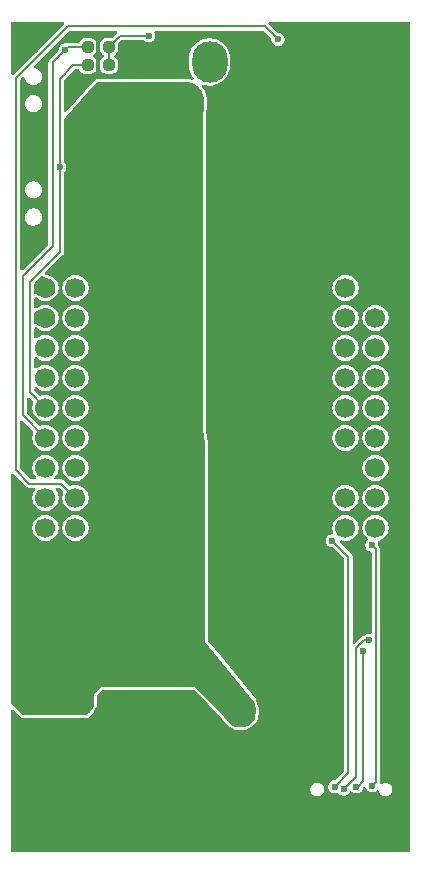
<source format=gbl>
%TF.GenerationSoftware,KiCad,Pcbnew,9.0.6*%
%TF.CreationDate,2025-12-14T22:48:58+01:00*%
%TF.ProjectId,ledBrain,6c656442-7261-4696-9e2e-6b696361645f,rev?*%
%TF.SameCoordinates,Original*%
%TF.FileFunction,Copper,L2,Bot*%
%TF.FilePolarity,Positive*%
%FSLAX46Y46*%
G04 Gerber Fmt 4.6, Leading zero omitted, Abs format (unit mm)*
G04 Created by KiCad (PCBNEW 9.0.6) date 2025-12-14 22:48:58*
%MOMM*%
%LPD*%
G01*
G04 APERTURE LIST*
G04 Aperture macros list*
%AMRoundRect*
0 Rectangle with rounded corners*
0 $1 Rounding radius*
0 $2 $3 $4 $5 $6 $7 $8 $9 X,Y pos of 4 corners*
0 Add a 4 corners polygon primitive as box body*
4,1,4,$2,$3,$4,$5,$6,$7,$8,$9,$2,$3,0*
0 Add four circle primitives for the rounded corners*
1,1,$1+$1,$2,$3*
1,1,$1+$1,$4,$5*
1,1,$1+$1,$6,$7*
1,1,$1+$1,$8,$9*
0 Add four rect primitives between the rounded corners*
20,1,$1+$1,$2,$3,$4,$5,0*
20,1,$1+$1,$4,$5,$6,$7,0*
20,1,$1+$1,$6,$7,$8,$9,0*
20,1,$1+$1,$8,$9,$2,$3,0*%
G04 Aperture macros list end*
%TA.AperFunction,ComponentPad*%
%ADD10C,1.700000*%
%TD*%
%TA.AperFunction,ComponentPad*%
%ADD11C,1.600000*%
%TD*%
%TA.AperFunction,ComponentPad*%
%ADD12O,1.000000X2.100000*%
%TD*%
%TA.AperFunction,ComponentPad*%
%ADD13O,1.000000X1.800000*%
%TD*%
%TA.AperFunction,ComponentPad*%
%ADD14C,2.500000*%
%TD*%
%TA.AperFunction,ComponentPad*%
%ADD15C,1.800000*%
%TD*%
%TA.AperFunction,ComponentPad*%
%ADD16O,3.000000X3.500000*%
%TD*%
%TA.AperFunction,ComponentPad*%
%ADD17O,3.800000X1.500000*%
%TD*%
%TA.AperFunction,ComponentPad*%
%ADD18O,1.500000X3.400000*%
%TD*%
%TA.AperFunction,SMDPad,CuDef*%
%ADD19RoundRect,0.237500X-0.250000X-0.237500X0.250000X-0.237500X0.250000X0.237500X-0.250000X0.237500X0*%
%TD*%
%TA.AperFunction,ViaPad*%
%ADD20C,0.600000*%
%TD*%
%TA.AperFunction,Conductor*%
%ADD21C,0.200000*%
%TD*%
G04 APERTURE END LIST*
D10*
%TO.P,U1,1,GND*%
%TO.N,GND*%
X150100000Y-56130000D03*
%TO.P,U1,2,GND\u002A*%
X150100000Y-58670000D03*
%TO.P,U1,3,S_VN*%
%TO.N,unconnected-(U1-S_VN-Pad3)*%
X150100000Y-61210000D03*
%TO.P,U1,4,IO35*%
%TO.N,unconnected-(U1-IO35-Pad4)*%
X150100000Y-63750000D03*
%TO.P,U1,5,IO33*%
%TO.N,IO33{slash}MAINBUTTON*%
X150100000Y-66290000D03*
%TO.P,U1,6,IO34*%
%TO.N,IO34{slash}SECOND BUTTON*%
X150100000Y-68830000D03*
%TO.P,U1,7,IO14*%
%TO.N,unconnected-(U1-IO14-Pad7)*%
X150100000Y-71370000D03*
%TO.P,U1,8,3v3\u002A*%
%TO.N,unconnected-(U1-3v3\u002A-Pad8)*%
X150100000Y-73910000D03*
%TO.P,U1,9,5vF\u002A*%
%TO.N,unconnected-(U1-5vF\u002A-Pad9)*%
X150100000Y-76450000D03*
%TO.P,U1,10,EN*%
%TO.N,unconnected-(U1-EN-Pad10)*%
X152640000Y-56130000D03*
%TO.P,U1,11,S_VP*%
%TO.N,unconnected-(U1-S_VP-Pad11)*%
X152640000Y-58670000D03*
%TO.P,U1,12,IO26*%
%TO.N,unconnected-(U1-IO26-Pad12)*%
X152640000Y-61210000D03*
%TO.P,U1,13,IO18*%
%TO.N,unconnected-(U1-IO18-Pad13)*%
X152640000Y-63750000D03*
%TO.P,U1,14,IO19*%
%TO.N,unconnected-(U1-IO19-Pad14)*%
X152640000Y-66290000D03*
%TO.P,U1,15,IO23*%
%TO.N,unconnected-(U1-IO23-Pad15)*%
X152640000Y-68830000D03*
%TO.P,U1,16,IO5*%
%TO.N,unconnected-(U1-IO5-Pad16)*%
X152640000Y-71370000D03*
%TO.P,U1,17,3v3*%
%TO.N,+3.3V*%
X152640000Y-73910000D03*
%TO.P,U1,18,IO13*%
%TO.N,unconnected-(U1-IO13-Pad18)*%
X152640000Y-76450000D03*
%TO.P,U1,19,TXD*%
%TO.N,unconnected-(U1-TXD-Pad19)*%
X175500000Y-56130000D03*
%TO.P,U1,20,RXD*%
%TO.N,unconnected-(U1-RXD-Pad20)*%
X175500000Y-58670000D03*
%TO.P,U1,21,IO22*%
%TO.N,unconnected-(U1-IO22-Pad21)*%
X175500000Y-61210000D03*
%TO.P,U1,22,IO21*%
%TO.N,unconnected-(U1-IO21-Pad22)*%
X175500000Y-63750000D03*
%TO.P,U1,23,IO17*%
%TO.N,unconnected-(U1-IO17-Pad23)*%
X175500000Y-66290000D03*
%TO.P,U1,24,IO16*%
%TO.N,IO16{slash}LED1*%
X175500000Y-68830000D03*
%TO.P,U1,25,GND*%
%TO.N,GND*%
X175500000Y-71370000D03*
%TO.P,U1,26,5v0*%
%TO.N,+5V*%
X175500000Y-73910000D03*
%TO.P,U1,27,IO15*%
%TO.N,unconnected-(U1-IO15-Pad27)*%
X175500000Y-76450000D03*
%TO.P,U1,28,GND*%
%TO.N,GND*%
X178040000Y-56130000D03*
%TO.P,U1,29,IO27*%
%TO.N,unconnected-(U1-IO27-Pad29)*%
X178040000Y-58670000D03*
%TO.P,U1,30,IO25*%
%TO.N,unconnected-(U1-IO25-Pad30)*%
X178040000Y-61210000D03*
%TO.P,U1,31,IO32*%
%TO.N,IO32{slash}MIC DATA*%
X178040000Y-63750000D03*
%TO.P,U1,32,IO12*%
%TO.N,IO12{slash}MIC CLK*%
X178040000Y-66290000D03*
%TO.P,U1,33,IO_4*%
%TO.N,unconnected-(U1-IO_4-Pad33)*%
X178040000Y-68830000D03*
%TO.P,U1,34,IO_0*%
%TO.N,unconnected-(U1-IO_0-Pad34)*%
X178040000Y-71370000D03*
%TO.P,U1,35,IO_2*%
%TO.N,unconnected-(U1-IO_2-Pad35)*%
X178040000Y-73910000D03*
%TO.P,U1,36,NC*%
%TO.N,unconnected-(U1-NC-Pad36)*%
X178040000Y-76450000D03*
%TD*%
D11*
%TO.P,SW2,3,3*%
%TO.N,GND*%
X148770000Y-52740000D03*
%TO.P,SW2,4,4*%
X148770000Y-45240000D03*
%TD*%
%TO.P,SW3,3,3*%
%TO.N,GND*%
X148770000Y-43140000D03*
%TO.P,SW3,4,4*%
X148770000Y-35640000D03*
%TD*%
D12*
%TO.P,USB1,1,SHELL*%
%TO.N,GND*%
X171680000Y-98115000D03*
%TO.P,USB1,2,SHELL*%
X180320000Y-98115000D03*
D13*
%TO.P,USB1,3,SHELL*%
X171680000Y-102265000D03*
%TO.P,USB1,4,SHELL*%
X180320000Y-102265000D03*
%TD*%
D14*
%TO.P,CN1,1,-*%
%TO.N,GND*%
X161500000Y-91987500D03*
%TO.P,CN1,2,+*%
%TO.N,VBUS*%
X166500000Y-91987500D03*
D15*
%TO.P,CN1,3,3*%
%TO.N,GND*%
X169500000Y-101987500D03*
%TO.P,CN1,4,4*%
X158500000Y-101987500D03*
%TD*%
D16*
%TO.P,U2,1,1*%
%TO.N,GND*%
X166000000Y-40460000D03*
%TO.P,U2,2,2*%
%TO.N,LED DATA OUT*%
X164000000Y-37000000D03*
%TO.P,U2,3,3*%
%TO.N,VBUS*%
X162000000Y-40460000D03*
%TD*%
D17*
%TO.P,DC1,1,1*%
%TO.N,VBUS*%
X152170000Y-91500000D03*
%TO.P,DC1,2,2*%
%TO.N,GND*%
X152170000Y-97500000D03*
D18*
%TO.P,DC1,3,3*%
X156830000Y-94000000D03*
%TD*%
D19*
%TO.P,R15,1*%
%TO.N,IO34{slash}SECOND BUTTON*%
X153667500Y-35720000D03*
%TO.P,R15,2*%
%TO.N,+5V*%
X155492500Y-35720000D03*
%TD*%
%TO.P,R14,1*%
%TO.N,IO33{slash}MAINBUTTON*%
X153667500Y-37260000D03*
%TO.P,R14,2*%
%TO.N,+5V*%
X155492500Y-37260000D03*
%TD*%
D20*
%TO.N,+5V*%
X158830000Y-34790000D03*
%TO.N,GND*%
X169500000Y-79100000D03*
X152000000Y-101600000D03*
X164500000Y-69100000D03*
X154500000Y-99100000D03*
X159500000Y-36600000D03*
X167000000Y-36600000D03*
X159500000Y-91600000D03*
X167000000Y-66600000D03*
X149500000Y-96600000D03*
X164500000Y-56600000D03*
X157000000Y-91600000D03*
X169500000Y-61600000D03*
X159500000Y-96600000D03*
X169500000Y-71600000D03*
X172000000Y-69100000D03*
X169500000Y-96600000D03*
X167000000Y-51600000D03*
X179500000Y-81600000D03*
X179500000Y-69100000D03*
X174500000Y-51600000D03*
X177000000Y-46600000D03*
X164500000Y-59100000D03*
X172000000Y-49100000D03*
X172000000Y-41600000D03*
X169500000Y-36600000D03*
X169500000Y-51600000D03*
X172000000Y-46600000D03*
X162000000Y-99100000D03*
X154500000Y-94100000D03*
X164500000Y-46600000D03*
X179500000Y-66600000D03*
X164500000Y-66600000D03*
X149500000Y-99100000D03*
X179500000Y-74100000D03*
X179500000Y-101600000D03*
X157000000Y-36600000D03*
X172000000Y-54100000D03*
X157000000Y-96600000D03*
X167000000Y-94100000D03*
X164500000Y-54100000D03*
X169500000Y-49100000D03*
X177000000Y-54100000D03*
X169500000Y-46600000D03*
X174500000Y-101600000D03*
X179500000Y-86600000D03*
X179500000Y-79100000D03*
X162000000Y-94100000D03*
X167000000Y-101600000D03*
X177000000Y-49100000D03*
X167000000Y-59100000D03*
X167000000Y-96600000D03*
X152000000Y-94100000D03*
X174500000Y-46600000D03*
X174500000Y-41600000D03*
X179500000Y-84100000D03*
X164500000Y-44100000D03*
X172000000Y-51600000D03*
X164500000Y-101600000D03*
X154500000Y-101600000D03*
X179500000Y-89100000D03*
X169500000Y-66600000D03*
X149500000Y-34100000D03*
X179500000Y-96600000D03*
X172000000Y-66600000D03*
X157000000Y-101600000D03*
X167000000Y-99100000D03*
X152000000Y-99100000D03*
X167000000Y-79100000D03*
X169500000Y-54100000D03*
X159500000Y-99100000D03*
X162000000Y-96600000D03*
X167000000Y-76600000D03*
X167000000Y-46600000D03*
X172000000Y-76600000D03*
X172000000Y-44100000D03*
X174500000Y-49100000D03*
X167000000Y-49100000D03*
X162000000Y-101600000D03*
X169500000Y-56600000D03*
X169500000Y-69100000D03*
X167000000Y-44100000D03*
X169500000Y-76600000D03*
X169500000Y-59100000D03*
X174500000Y-44100000D03*
X179500000Y-76600000D03*
X149500000Y-94100000D03*
X177000000Y-44100000D03*
X169500000Y-41600000D03*
X149500000Y-101600000D03*
X164500000Y-99100000D03*
X169500000Y-94100000D03*
X164500000Y-96600000D03*
X164500000Y-49100000D03*
X172000000Y-96600000D03*
X164500000Y-61600000D03*
X167000000Y-54100000D03*
X167000000Y-56600000D03*
X164500000Y-94100000D03*
X157000000Y-99100000D03*
X159500000Y-94100000D03*
X177000000Y-101600000D03*
X179500000Y-94100000D03*
X179500000Y-91600000D03*
X169500000Y-99100000D03*
X164500000Y-51600000D03*
X169500000Y-44100000D03*
X154500000Y-96600000D03*
X167000000Y-61600000D03*
%TO.N,VBUS*%
X157000000Y-79100000D03*
X159500000Y-71600000D03*
X157000000Y-71600000D03*
X159500000Y-41600000D03*
X159500000Y-39100000D03*
X157000000Y-41600000D03*
X149500000Y-81600000D03*
X154500000Y-86600000D03*
X157000000Y-39100000D03*
X159500000Y-89100000D03*
X159500000Y-84100000D03*
X159500000Y-66600000D03*
X157000000Y-56600000D03*
X159500000Y-46600000D03*
X157000000Y-66600000D03*
X152000000Y-86600000D03*
X159500000Y-54100000D03*
X159500000Y-59100000D03*
X154500000Y-74100000D03*
X157000000Y-49100000D03*
X162000000Y-71600000D03*
X162000000Y-66600000D03*
X162000000Y-61600000D03*
X154500000Y-64100000D03*
X157000000Y-61600000D03*
X157000000Y-84100000D03*
X162000000Y-54100000D03*
X157000000Y-86600000D03*
X159500000Y-64100000D03*
X159500000Y-61600000D03*
X154500000Y-89100000D03*
X157000000Y-54100000D03*
X154500000Y-41600000D03*
X149500000Y-79100000D03*
X154500000Y-59100000D03*
X162000000Y-59100000D03*
X162000000Y-49100000D03*
X154500000Y-76600000D03*
X154500000Y-71600000D03*
X154500000Y-44100000D03*
X149500000Y-86600000D03*
X154500000Y-79100000D03*
X159500000Y-81600000D03*
X154500000Y-84100000D03*
X162000000Y-81600000D03*
X157000000Y-69100000D03*
X152000000Y-54100000D03*
X152000000Y-79100000D03*
X162000000Y-86600000D03*
X152000000Y-51600000D03*
X154500000Y-56600000D03*
X157000000Y-64100000D03*
X159500000Y-79100000D03*
X162000000Y-84100000D03*
X159500000Y-51600000D03*
X154500000Y-61600000D03*
X157000000Y-44100000D03*
X159500000Y-74100000D03*
X157000000Y-76600000D03*
X157000000Y-74100000D03*
X154500000Y-81600000D03*
X159500000Y-56600000D03*
X152000000Y-84100000D03*
X152000000Y-49100000D03*
X162000000Y-51600000D03*
X152000000Y-89100000D03*
X162000000Y-44100000D03*
X157000000Y-46600000D03*
X162000000Y-64100000D03*
X162000000Y-79100000D03*
X162000000Y-46600000D03*
X154500000Y-69100000D03*
X159500000Y-86600000D03*
X157000000Y-89100000D03*
X154500000Y-46600000D03*
X149500000Y-89100000D03*
X152000000Y-81600000D03*
X162000000Y-56600000D03*
X154500000Y-54100000D03*
X159500000Y-49100000D03*
X159500000Y-44100000D03*
X149500000Y-84100000D03*
X162000000Y-69100000D03*
X154500000Y-51600000D03*
X162000000Y-89100000D03*
X159500000Y-69100000D03*
X159500000Y-76600000D03*
X157000000Y-59100000D03*
X157000000Y-51600000D03*
X152000000Y-46600000D03*
X154500000Y-49100000D03*
X152000000Y-44100000D03*
X157000000Y-81600000D03*
X154500000Y-66600000D03*
%TO.N,+3.3V*%
X169790000Y-35100000D03*
%TO.N,IO33{slash}MAINBUTTON*%
X151300000Y-45920000D03*
%TO.N,IO34{slash}SECOND BUTTON*%
X151760000Y-35970000D03*
%TO.N,DP*%
X176432717Y-98391430D03*
X177020000Y-86870000D03*
%TO.N,CC2*%
X177720000Y-77930000D03*
X177750000Y-98300000D03*
%TO.N,CC1*%
X174584251Y-98357315D03*
X174400000Y-77540000D03*
%TO.N,DM*%
X177475000Y-85975000D03*
X175349037Y-98592064D03*
%TD*%
D21*
%TO.N,+5V*%
X156422500Y-34790000D02*
X158830000Y-34790000D01*
X155492500Y-35720000D02*
X156422500Y-34790000D01*
X155492500Y-35720000D02*
X155492500Y-37260000D01*
%TO.N,+3.3V*%
X151966050Y-34001000D02*
X147601000Y-38366050D01*
X147601000Y-38366050D02*
X147601000Y-71581000D01*
X168691000Y-34001000D02*
X151966050Y-34001000D01*
X151436000Y-72706000D02*
X152640000Y-73910000D01*
X148726000Y-72706000D02*
X151436000Y-72706000D01*
X147601000Y-71581000D02*
X148726000Y-72706000D01*
X169790000Y-35100000D02*
X168691000Y-34001000D01*
%TO.N,IO33{slash}MAINBUTTON*%
X150100000Y-66290000D02*
X148800000Y-64990000D01*
X148800000Y-64990000D02*
X148800000Y-55600000D01*
X152470000Y-37260000D02*
X153667500Y-37260000D01*
X151300000Y-45920000D02*
X151300000Y-38430000D01*
X151300000Y-53100000D02*
X151300000Y-45920000D01*
X151300000Y-38430000D02*
X152470000Y-37260000D01*
X148800000Y-55600000D02*
X151300000Y-53100000D01*
%TO.N,IO34{slash}SECOND BUTTON*%
X150699000Y-52601000D02*
X150699000Y-37031000D01*
X150699000Y-37031000D02*
X151760000Y-35970000D01*
X148200000Y-55100000D02*
X150699000Y-52601000D01*
X148200000Y-66930000D02*
X148200000Y-55100000D01*
X150100000Y-68830000D02*
X148200000Y-66930000D01*
X153667500Y-35720000D02*
X152010000Y-35720000D01*
X152010000Y-35720000D02*
X151760000Y-35970000D01*
%TO.N,DP*%
X176528446Y-98391430D02*
X177000000Y-97919876D01*
X177000000Y-86890000D02*
X177020000Y-86870000D01*
X176432717Y-98391430D02*
X176528446Y-98391430D01*
X177000000Y-97919876D02*
X177000000Y-86890000D01*
%TO.N,CC2*%
X177750000Y-98300000D02*
X178076000Y-97974000D01*
X178076000Y-78286000D02*
X177720000Y-77930000D01*
X178076000Y-97974000D02*
X178076000Y-78286000D01*
%TO.N,CC1*%
X174584251Y-98357315D02*
X175750000Y-97191566D01*
X175750000Y-78890000D02*
X174400000Y-77540000D01*
X175750000Y-97191566D02*
X175750000Y-78890000D01*
%TO.N,DM*%
X175349037Y-98592064D02*
X176400000Y-97541101D01*
X177065057Y-85975000D02*
X177475000Y-85975000D01*
X176400000Y-97541101D02*
X176400000Y-86640057D01*
X176400000Y-86640057D02*
X177065057Y-85975000D01*
%TD*%
%TA.AperFunction,Conductor*%
%TO.N,GND*%
G36*
X180942539Y-33620185D02*
G01*
X180988294Y-33672989D01*
X180999500Y-33724500D01*
X180999500Y-103775500D01*
X180979815Y-103842539D01*
X180927011Y-103888294D01*
X180875500Y-103899500D01*
X147324500Y-103899500D01*
X147257461Y-103879815D01*
X147211706Y-103827011D01*
X147200500Y-103775500D01*
X147200500Y-98539234D01*
X172534500Y-98539234D01*
X172534500Y-98690765D01*
X172573719Y-98837136D01*
X172611602Y-98902750D01*
X172649485Y-98968365D01*
X172756635Y-99075515D01*
X172887865Y-99151281D01*
X173034234Y-99190500D01*
X173034236Y-99190500D01*
X173185764Y-99190500D01*
X173185766Y-99190500D01*
X173332135Y-99151281D01*
X173463365Y-99075515D01*
X173570515Y-98968365D01*
X173646281Y-98837135D01*
X173685500Y-98690766D01*
X173685500Y-98539234D01*
X173646281Y-98392865D01*
X173570515Y-98261635D01*
X173463365Y-98154485D01*
X173383499Y-98108374D01*
X173332136Y-98078719D01*
X173214029Y-98047073D01*
X173185766Y-98039500D01*
X173034234Y-98039500D01*
X172887863Y-98078719D01*
X172756635Y-98154485D01*
X172756632Y-98154487D01*
X172649487Y-98261632D01*
X172649485Y-98261635D01*
X172573719Y-98392863D01*
X172534500Y-98539234D01*
X147200500Y-98539234D01*
X147200500Y-91966850D01*
X147220185Y-91899811D01*
X147272989Y-91854056D01*
X147342147Y-91844112D01*
X147405703Y-91873137D01*
X147412181Y-91879169D01*
X147980187Y-92447175D01*
X148000855Y-92465740D01*
X148021497Y-92482374D01*
X148021503Y-92482377D01*
X148021506Y-92482379D01*
X148111207Y-92529301D01*
X148111212Y-92529304D01*
X148161340Y-92544022D01*
X148178250Y-92548988D01*
X148178254Y-92548988D01*
X148178256Y-92548989D01*
X148190069Y-92550687D01*
X148251362Y-92559500D01*
X148251363Y-92559500D01*
X153548639Y-92559500D01*
X153550098Y-92559421D01*
X153576379Y-92558013D01*
X153602737Y-92555179D01*
X153699361Y-92524924D01*
X153760684Y-92491439D01*
X153819813Y-92447175D01*
X154169265Y-92097723D01*
X154196288Y-92065962D01*
X154219516Y-92033735D01*
X154241103Y-91998054D01*
X154419013Y-91642234D01*
X154439467Y-91585803D01*
X154452558Y-91530349D01*
X154459500Y-91470728D01*
X154459500Y-90658849D01*
X154479185Y-90591810D01*
X154495819Y-90571168D01*
X154871168Y-90195819D01*
X154932491Y-90162334D01*
X154958849Y-90159500D01*
X162632091Y-90159500D01*
X162699130Y-90179185D01*
X162723207Y-90199393D01*
X165007650Y-92674206D01*
X165010757Y-92677505D01*
X165011263Y-92678042D01*
X165014675Y-92681592D01*
X165018284Y-92685272D01*
X165602284Y-93269272D01*
X165634038Y-93296288D01*
X165666265Y-93319516D01*
X165701946Y-93341103D01*
X166057766Y-93519013D01*
X166114197Y-93539467D01*
X166169651Y-93552558D01*
X166218601Y-93558257D01*
X166229271Y-93559500D01*
X166229272Y-93559500D01*
X166970729Y-93559500D01*
X166979778Y-93558446D01*
X167030349Y-93552558D01*
X167085803Y-93539467D01*
X167142234Y-93519013D01*
X167498054Y-93341103D01*
X167533735Y-93319516D01*
X167565962Y-93296288D01*
X167597723Y-93269265D01*
X167953341Y-92913646D01*
X167961515Y-92905091D01*
X167969138Y-92896739D01*
X168015609Y-92824901D01*
X168043369Y-92760782D01*
X168062770Y-92689512D01*
X168164385Y-91867354D01*
X168164385Y-91867339D01*
X168164386Y-91867338D01*
X168164942Y-91840452D01*
X168165483Y-91814383D01*
X168161380Y-91764184D01*
X168151697Y-91712102D01*
X168151697Y-91712101D01*
X168151697Y-91712100D01*
X167966017Y-91080788D01*
X167966010Y-91080767D01*
X167946621Y-91033001D01*
X167946620Y-91032999D01*
X167946618Y-91032994D01*
X167923748Y-90989608D01*
X167895282Y-90946597D01*
X164934998Y-87317158D01*
X163926728Y-86080974D01*
X163899610Y-86016581D01*
X163898821Y-86003216D01*
X163895910Y-85418183D01*
X163859502Y-78099807D01*
X163859500Y-78099190D01*
X163859500Y-77466999D01*
X173845500Y-77466999D01*
X173845500Y-77613001D01*
X173874909Y-77722755D01*
X173883288Y-77754028D01*
X173883289Y-77754031D01*
X173956286Y-77880467D01*
X173956288Y-77880470D01*
X173956289Y-77880471D01*
X174059529Y-77983711D01*
X174059530Y-77983712D01*
X174059532Y-77983713D01*
X174092940Y-78003001D01*
X174185971Y-78056712D01*
X174326999Y-78094500D01*
X174401799Y-78094500D01*
X174468838Y-78114185D01*
X174489480Y-78130819D01*
X175359181Y-79000520D01*
X175392666Y-79061843D01*
X175395500Y-79088201D01*
X175395500Y-96993365D01*
X175375815Y-97060404D01*
X175359181Y-97081046D01*
X174673731Y-97766496D01*
X174612408Y-97799981D01*
X174586050Y-97802815D01*
X174511250Y-97802815D01*
X174370222Y-97840603D01*
X174370219Y-97840604D01*
X174243783Y-97913601D01*
X174243778Y-97913605D01*
X174140541Y-98016842D01*
X174140537Y-98016847D01*
X174067540Y-98143283D01*
X174067539Y-98143286D01*
X174029751Y-98284314D01*
X174029751Y-98430316D01*
X174052181Y-98514024D01*
X174067539Y-98571343D01*
X174067540Y-98571346D01*
X174140537Y-98697782D01*
X174140539Y-98697785D01*
X174140540Y-98697786D01*
X174243780Y-98801026D01*
X174243781Y-98801027D01*
X174243783Y-98801028D01*
X174270947Y-98816711D01*
X174370222Y-98874027D01*
X174511250Y-98911815D01*
X174511252Y-98911815D01*
X174657249Y-98911815D01*
X174657252Y-98911815D01*
X174769826Y-98881651D01*
X174839673Y-98883314D01*
X174897536Y-98922476D01*
X174900158Y-98926250D01*
X174900376Y-98926084D01*
X174905325Y-98932533D01*
X174905326Y-98932535D01*
X175008566Y-99035775D01*
X175135008Y-99108776D01*
X175276036Y-99146564D01*
X175276038Y-99146564D01*
X175422036Y-99146564D01*
X175422038Y-99146564D01*
X175563066Y-99108776D01*
X175689508Y-99035775D01*
X175792748Y-98932535D01*
X175857222Y-98820861D01*
X175907786Y-98772649D01*
X175976393Y-98759425D01*
X176041258Y-98785393D01*
X176052288Y-98795183D01*
X176092246Y-98835141D01*
X176092247Y-98835142D01*
X176092249Y-98835143D01*
X176125775Y-98854499D01*
X176218688Y-98908142D01*
X176359716Y-98945930D01*
X176359718Y-98945930D01*
X176505716Y-98945930D01*
X176505718Y-98945930D01*
X176646746Y-98908142D01*
X176773188Y-98835141D01*
X176876428Y-98731901D01*
X176949429Y-98605459D01*
X176983833Y-98477056D01*
X177020196Y-98417400D01*
X177083043Y-98386870D01*
X177152419Y-98395164D01*
X177206297Y-98439649D01*
X177223381Y-98477058D01*
X177233286Y-98514024D01*
X177233289Y-98514031D01*
X177306286Y-98640467D01*
X177306288Y-98640470D01*
X177306289Y-98640471D01*
X177409529Y-98743711D01*
X177409530Y-98743712D01*
X177409532Y-98743713D01*
X177459651Y-98772649D01*
X177535971Y-98816712D01*
X177676999Y-98854500D01*
X177677001Y-98854500D01*
X177822999Y-98854500D01*
X177823001Y-98854500D01*
X177964029Y-98816712D01*
X178090471Y-98743711D01*
X178126478Y-98707703D01*
X178187798Y-98674219D01*
X178257490Y-98679203D01*
X178313424Y-98721073D01*
X178333932Y-98763290D01*
X178353719Y-98837135D01*
X178429485Y-98968365D01*
X178536635Y-99075515D01*
X178667865Y-99151281D01*
X178814234Y-99190500D01*
X178814236Y-99190500D01*
X178965764Y-99190500D01*
X178965766Y-99190500D01*
X179112135Y-99151281D01*
X179243365Y-99075515D01*
X179350515Y-98968365D01*
X179426281Y-98837135D01*
X179465500Y-98690766D01*
X179465500Y-98539234D01*
X179426281Y-98392865D01*
X179350515Y-98261635D01*
X179243365Y-98154485D01*
X179163499Y-98108374D01*
X179112136Y-98078719D01*
X178994029Y-98047073D01*
X178965766Y-98039500D01*
X178814234Y-98039500D01*
X178667865Y-98078719D01*
X178667864Y-98078719D01*
X178667862Y-98078720D01*
X178667861Y-98078720D01*
X178616500Y-98108374D01*
X178548600Y-98124847D01*
X178482573Y-98101994D01*
X178439382Y-98047073D01*
X178430500Y-98000987D01*
X178430500Y-78239330D01*
X178430500Y-78239329D01*
X178406341Y-78149168D01*
X178359671Y-78068332D01*
X178310819Y-78019480D01*
X178277334Y-77958157D01*
X178274500Y-77931799D01*
X178274500Y-77857001D01*
X178274500Y-77856999D01*
X178236712Y-77715971D01*
X178231336Y-77706660D01*
X178214863Y-77638762D01*
X178237715Y-77572734D01*
X178292635Y-77529543D01*
X178300405Y-77526729D01*
X178463978Y-77473581D01*
X178463978Y-77473580D01*
X178463981Y-77473580D01*
X178618884Y-77394653D01*
X178759533Y-77292465D01*
X178882465Y-77169533D01*
X178984653Y-77028884D01*
X179063580Y-76873981D01*
X179117303Y-76708638D01*
X179144500Y-76536926D01*
X179144500Y-76363074D01*
X179117303Y-76191362D01*
X179117302Y-76191358D01*
X179117302Y-76191357D01*
X179063581Y-76026021D01*
X178984652Y-75871115D01*
X178882465Y-75730467D01*
X178759533Y-75607535D01*
X178618884Y-75505347D01*
X178463978Y-75426418D01*
X178298641Y-75372697D01*
X178169854Y-75352299D01*
X178126926Y-75345500D01*
X177953074Y-75345500D01*
X177895836Y-75354565D01*
X177781360Y-75372697D01*
X177781357Y-75372697D01*
X177616021Y-75426418D01*
X177461115Y-75505347D01*
X177380869Y-75563649D01*
X177320467Y-75607535D01*
X177320465Y-75607537D01*
X177320464Y-75607537D01*
X177197537Y-75730464D01*
X177197537Y-75730465D01*
X177197535Y-75730467D01*
X177153649Y-75790869D01*
X177095347Y-75871115D01*
X177016418Y-76026021D01*
X176962697Y-76191357D01*
X176962697Y-76191360D01*
X176935500Y-76363074D01*
X176935500Y-76536925D01*
X176962697Y-76708639D01*
X176962697Y-76708642D01*
X177016418Y-76873978D01*
X177016420Y-76873981D01*
X177095347Y-77028884D01*
X177197535Y-77169533D01*
X177320467Y-77292465D01*
X177349479Y-77313543D01*
X177392145Y-77368872D01*
X177398124Y-77438485D01*
X177365519Y-77500280D01*
X177364276Y-77501542D01*
X177276286Y-77589532D01*
X177203289Y-77715968D01*
X177203288Y-77715971D01*
X177165500Y-77856999D01*
X177165500Y-78003001D01*
X177199749Y-78130819D01*
X177203288Y-78144028D01*
X177203289Y-78144031D01*
X177276286Y-78270467D01*
X177276288Y-78270470D01*
X177276289Y-78270471D01*
X177379529Y-78373711D01*
X177505971Y-78446712D01*
X177629596Y-78479836D01*
X177689253Y-78516199D01*
X177719783Y-78579046D01*
X177721500Y-78599610D01*
X177721500Y-85305389D01*
X177701815Y-85372428D01*
X177649011Y-85418183D01*
X177579853Y-85428127D01*
X177565408Y-85425164D01*
X177548002Y-85420500D01*
X177548001Y-85420500D01*
X177401999Y-85420500D01*
X177260971Y-85458288D01*
X177260968Y-85458289D01*
X177134532Y-85531286D01*
X177078670Y-85587148D01*
X177023084Y-85619240D01*
X176928230Y-85644656D01*
X176928225Y-85644659D01*
X176916687Y-85651319D01*
X176916688Y-85651320D01*
X176847390Y-85691328D01*
X176847387Y-85691330D01*
X176316181Y-86222537D01*
X176254858Y-86256022D01*
X176185166Y-86251038D01*
X176129233Y-86209166D01*
X176104816Y-86143702D01*
X176104500Y-86134856D01*
X176104500Y-78843330D01*
X176104500Y-78843329D01*
X176080341Y-78753168D01*
X176033671Y-78672332D01*
X175967668Y-78606329D01*
X175084094Y-77722755D01*
X175050609Y-77661432D01*
X175055593Y-77591740D01*
X175097465Y-77535807D01*
X175162929Y-77511390D01*
X175210095Y-77517144D01*
X175241354Y-77527301D01*
X175241357Y-77527301D01*
X175241362Y-77527303D01*
X175413074Y-77554500D01*
X175413075Y-77554500D01*
X175586925Y-77554500D01*
X175586926Y-77554500D01*
X175758638Y-77527303D01*
X175758641Y-77527302D01*
X175758642Y-77527302D01*
X175923978Y-77473581D01*
X175923978Y-77473580D01*
X175923981Y-77473580D01*
X176078884Y-77394653D01*
X176219533Y-77292465D01*
X176342465Y-77169533D01*
X176444653Y-77028884D01*
X176523580Y-76873981D01*
X176577303Y-76708638D01*
X176604500Y-76536926D01*
X176604500Y-76363074D01*
X176577303Y-76191362D01*
X176577302Y-76191358D01*
X176577302Y-76191357D01*
X176523581Y-76026021D01*
X176444652Y-75871115D01*
X176342465Y-75730467D01*
X176219533Y-75607535D01*
X176078884Y-75505347D01*
X175923978Y-75426418D01*
X175758641Y-75372697D01*
X175629854Y-75352299D01*
X175586926Y-75345500D01*
X175413074Y-75345500D01*
X175355836Y-75354565D01*
X175241360Y-75372697D01*
X175241357Y-75372697D01*
X175076021Y-75426418D01*
X174921115Y-75505347D01*
X174840869Y-75563649D01*
X174780467Y-75607535D01*
X174780465Y-75607537D01*
X174780464Y-75607537D01*
X174657537Y-75730464D01*
X174657537Y-75730465D01*
X174657535Y-75730467D01*
X174613649Y-75790869D01*
X174555347Y-75871115D01*
X174476418Y-76026021D01*
X174422697Y-76191357D01*
X174422697Y-76191360D01*
X174395500Y-76363074D01*
X174395500Y-76536925D01*
X174422697Y-76708639D01*
X174422697Y-76708642D01*
X174459914Y-76823182D01*
X174461909Y-76893023D01*
X174425829Y-76952856D01*
X174363128Y-76983684D01*
X174341983Y-76985500D01*
X174326999Y-76985500D01*
X174185971Y-77023288D01*
X174185968Y-77023289D01*
X174059532Y-77096286D01*
X174059527Y-77096290D01*
X173956290Y-77199527D01*
X173956286Y-77199532D01*
X173883289Y-77325968D01*
X173883288Y-77325971D01*
X173845500Y-77466999D01*
X163859500Y-77466999D01*
X163859500Y-73823074D01*
X174395500Y-73823074D01*
X174395500Y-73996925D01*
X174422697Y-74168639D01*
X174422697Y-74168642D01*
X174476418Y-74333978D01*
X174476420Y-74333981D01*
X174555347Y-74488884D01*
X174657535Y-74629533D01*
X174780467Y-74752465D01*
X174921116Y-74854653D01*
X175076019Y-74933580D01*
X175076021Y-74933581D01*
X175241358Y-74987302D01*
X175241359Y-74987302D01*
X175241362Y-74987303D01*
X175413074Y-75014500D01*
X175413075Y-75014500D01*
X175586925Y-75014500D01*
X175586926Y-75014500D01*
X175758638Y-74987303D01*
X175758641Y-74987302D01*
X175758642Y-74987302D01*
X175923978Y-74933581D01*
X175923978Y-74933580D01*
X175923981Y-74933580D01*
X176078884Y-74854653D01*
X176219533Y-74752465D01*
X176342465Y-74629533D01*
X176444653Y-74488884D01*
X176523580Y-74333981D01*
X176577303Y-74168638D01*
X176604500Y-73996926D01*
X176604500Y-73823074D01*
X176935500Y-73823074D01*
X176935500Y-73996925D01*
X176962697Y-74168639D01*
X176962697Y-74168642D01*
X177016418Y-74333978D01*
X177016420Y-74333981D01*
X177095347Y-74488884D01*
X177197535Y-74629533D01*
X177320467Y-74752465D01*
X177461116Y-74854653D01*
X177616019Y-74933580D01*
X177616021Y-74933581D01*
X177781358Y-74987302D01*
X177781359Y-74987302D01*
X177781362Y-74987303D01*
X177953074Y-75014500D01*
X177953075Y-75014500D01*
X178126925Y-75014500D01*
X178126926Y-75014500D01*
X178298638Y-74987303D01*
X178298641Y-74987302D01*
X178298642Y-74987302D01*
X178463978Y-74933581D01*
X178463978Y-74933580D01*
X178463981Y-74933580D01*
X178618884Y-74854653D01*
X178759533Y-74752465D01*
X178882465Y-74629533D01*
X178984653Y-74488884D01*
X179063580Y-74333981D01*
X179117303Y-74168638D01*
X179144500Y-73996926D01*
X179144500Y-73823074D01*
X179117303Y-73651362D01*
X179117302Y-73651358D01*
X179117302Y-73651357D01*
X179063581Y-73486021D01*
X178984652Y-73331115D01*
X178882465Y-73190467D01*
X178759533Y-73067535D01*
X178618884Y-72965347D01*
X178463978Y-72886418D01*
X178298641Y-72832697D01*
X178169854Y-72812299D01*
X178126926Y-72805500D01*
X177953074Y-72805500D01*
X177895836Y-72814565D01*
X177781360Y-72832697D01*
X177781357Y-72832697D01*
X177616021Y-72886418D01*
X177461115Y-72965347D01*
X177380869Y-73023649D01*
X177320467Y-73067535D01*
X177320465Y-73067537D01*
X177320464Y-73067537D01*
X177197537Y-73190464D01*
X177197537Y-73190465D01*
X177197535Y-73190467D01*
X177153649Y-73250869D01*
X177095347Y-73331115D01*
X177016418Y-73486021D01*
X176962697Y-73651357D01*
X176962697Y-73651360D01*
X176935500Y-73823074D01*
X176604500Y-73823074D01*
X176577303Y-73651362D01*
X176577302Y-73651358D01*
X176577302Y-73651357D01*
X176523581Y-73486021D01*
X176444652Y-73331115D01*
X176342465Y-73190467D01*
X176219533Y-73067535D01*
X176078884Y-72965347D01*
X175923978Y-72886418D01*
X175758641Y-72832697D01*
X175629854Y-72812299D01*
X175586926Y-72805500D01*
X175413074Y-72805500D01*
X175355836Y-72814565D01*
X175241360Y-72832697D01*
X175241357Y-72832697D01*
X175076021Y-72886418D01*
X174921115Y-72965347D01*
X174840869Y-73023649D01*
X174780467Y-73067535D01*
X174780465Y-73067537D01*
X174780464Y-73067537D01*
X174657537Y-73190464D01*
X174657537Y-73190465D01*
X174657535Y-73190467D01*
X174613649Y-73250869D01*
X174555347Y-73331115D01*
X174476418Y-73486021D01*
X174422697Y-73651357D01*
X174422697Y-73651360D01*
X174395500Y-73823074D01*
X163859500Y-73823074D01*
X163859500Y-71283074D01*
X176935500Y-71283074D01*
X176935500Y-71456925D01*
X176962697Y-71628639D01*
X176962697Y-71628642D01*
X177016418Y-71793978D01*
X177016420Y-71793981D01*
X177095347Y-71948884D01*
X177197535Y-72089533D01*
X177320467Y-72212465D01*
X177461116Y-72314653D01*
X177616019Y-72393580D01*
X177616021Y-72393581D01*
X177781358Y-72447302D01*
X177781359Y-72447302D01*
X177781362Y-72447303D01*
X177953074Y-72474500D01*
X177953075Y-72474500D01*
X178126925Y-72474500D01*
X178126926Y-72474500D01*
X178298638Y-72447303D01*
X178298641Y-72447302D01*
X178298642Y-72447302D01*
X178463978Y-72393581D01*
X178463978Y-72393580D01*
X178463981Y-72393580D01*
X178618884Y-72314653D01*
X178759533Y-72212465D01*
X178882465Y-72089533D01*
X178984653Y-71948884D01*
X179063580Y-71793981D01*
X179117303Y-71628638D01*
X179144500Y-71456926D01*
X179144500Y-71283074D01*
X179117303Y-71111362D01*
X179117302Y-71111358D01*
X179117302Y-71111357D01*
X179063581Y-70946021D01*
X178984652Y-70791115D01*
X178882465Y-70650467D01*
X178759533Y-70527535D01*
X178618884Y-70425347D01*
X178463978Y-70346418D01*
X178298641Y-70292697D01*
X178169854Y-70272299D01*
X178126926Y-70265500D01*
X177953074Y-70265500D01*
X177895836Y-70274565D01*
X177781360Y-70292697D01*
X177781357Y-70292697D01*
X177616021Y-70346418D01*
X177461115Y-70425347D01*
X177380869Y-70483649D01*
X177320467Y-70527535D01*
X177320465Y-70527537D01*
X177320464Y-70527537D01*
X177197537Y-70650464D01*
X177197537Y-70650465D01*
X177197535Y-70650467D01*
X177153649Y-70710869D01*
X177095347Y-70791115D01*
X177016418Y-70946021D01*
X176962697Y-71111357D01*
X176962697Y-71111360D01*
X176935500Y-71283074D01*
X163859500Y-71283074D01*
X163859500Y-69311194D01*
X163859500Y-69311182D01*
X163858452Y-69287879D01*
X163856452Y-69265697D01*
X163853314Y-69242579D01*
X163762495Y-68743074D01*
X174395500Y-68743074D01*
X174395500Y-68916925D01*
X174422697Y-69088639D01*
X174422697Y-69088642D01*
X174476418Y-69253978D01*
X174493683Y-69287862D01*
X174555347Y-69408884D01*
X174657535Y-69549533D01*
X174780467Y-69672465D01*
X174921116Y-69774653D01*
X175076019Y-69853580D01*
X175076021Y-69853581D01*
X175241358Y-69907302D01*
X175241359Y-69907302D01*
X175241362Y-69907303D01*
X175413074Y-69934500D01*
X175413075Y-69934500D01*
X175586925Y-69934500D01*
X175586926Y-69934500D01*
X175758638Y-69907303D01*
X175758641Y-69907302D01*
X175758642Y-69907302D01*
X175923978Y-69853581D01*
X175923978Y-69853580D01*
X175923981Y-69853580D01*
X176078884Y-69774653D01*
X176219533Y-69672465D01*
X176342465Y-69549533D01*
X176444653Y-69408884D01*
X176523580Y-69253981D01*
X176577303Y-69088638D01*
X176604500Y-68916926D01*
X176604500Y-68743074D01*
X176935500Y-68743074D01*
X176935500Y-68916925D01*
X176962697Y-69088639D01*
X176962697Y-69088642D01*
X177016418Y-69253978D01*
X177033683Y-69287862D01*
X177095347Y-69408884D01*
X177197535Y-69549533D01*
X177320467Y-69672465D01*
X177461116Y-69774653D01*
X177616019Y-69853580D01*
X177616021Y-69853581D01*
X177781358Y-69907302D01*
X177781359Y-69907302D01*
X177781362Y-69907303D01*
X177953074Y-69934500D01*
X177953075Y-69934500D01*
X178126925Y-69934500D01*
X178126926Y-69934500D01*
X178298638Y-69907303D01*
X178298641Y-69907302D01*
X178298642Y-69907302D01*
X178463978Y-69853581D01*
X178463978Y-69853580D01*
X178463981Y-69853580D01*
X178618884Y-69774653D01*
X178759533Y-69672465D01*
X178882465Y-69549533D01*
X178984653Y-69408884D01*
X179063580Y-69253981D01*
X179117303Y-69088638D01*
X179144500Y-68916926D01*
X179144500Y-68743074D01*
X179117303Y-68571362D01*
X179117302Y-68571358D01*
X179117302Y-68571357D01*
X179063581Y-68406021D01*
X178984652Y-68251115D01*
X178882465Y-68110467D01*
X178759533Y-67987535D01*
X178618884Y-67885347D01*
X178463978Y-67806418D01*
X178298641Y-67752697D01*
X178169854Y-67732299D01*
X178126926Y-67725500D01*
X177953074Y-67725500D01*
X177895836Y-67734565D01*
X177781360Y-67752697D01*
X177781357Y-67752697D01*
X177616021Y-67806418D01*
X177461115Y-67885347D01*
X177380869Y-67943649D01*
X177320467Y-67987535D01*
X177320465Y-67987537D01*
X177320464Y-67987537D01*
X177197537Y-68110464D01*
X177197537Y-68110465D01*
X177197535Y-68110467D01*
X177157609Y-68165420D01*
X177095347Y-68251115D01*
X177016418Y-68406021D01*
X176962697Y-68571357D01*
X176962697Y-68571360D01*
X176935500Y-68743074D01*
X176604500Y-68743074D01*
X176577303Y-68571362D01*
X176577302Y-68571358D01*
X176577302Y-68571357D01*
X176523581Y-68406021D01*
X176444652Y-68251115D01*
X176342465Y-68110467D01*
X176219533Y-67987535D01*
X176078884Y-67885347D01*
X175923978Y-67806418D01*
X175758641Y-67752697D01*
X175629854Y-67732299D01*
X175586926Y-67725500D01*
X175413074Y-67725500D01*
X175355836Y-67734565D01*
X175241360Y-67752697D01*
X175241357Y-67752697D01*
X175076021Y-67806418D01*
X174921115Y-67885347D01*
X174840869Y-67943649D01*
X174780467Y-67987535D01*
X174780465Y-67987537D01*
X174780464Y-67987537D01*
X174657537Y-68110464D01*
X174657537Y-68110465D01*
X174657535Y-68110467D01*
X174617609Y-68165420D01*
X174555347Y-68251115D01*
X174476418Y-68406021D01*
X174422697Y-68571357D01*
X174422697Y-68571360D01*
X174395500Y-68743074D01*
X163762495Y-68743074D01*
X163661500Y-68187602D01*
X163659500Y-68165420D01*
X163659500Y-66203074D01*
X174395500Y-66203074D01*
X174395500Y-66376925D01*
X174422697Y-66548639D01*
X174422697Y-66548642D01*
X174476418Y-66713978D01*
X174476420Y-66713981D01*
X174555347Y-66868884D01*
X174657535Y-67009533D01*
X174780467Y-67132465D01*
X174921116Y-67234653D01*
X175076019Y-67313580D01*
X175076021Y-67313581D01*
X175241358Y-67367302D01*
X175241359Y-67367302D01*
X175241362Y-67367303D01*
X175413074Y-67394500D01*
X175413075Y-67394500D01*
X175586925Y-67394500D01*
X175586926Y-67394500D01*
X175758638Y-67367303D01*
X175758641Y-67367302D01*
X175758642Y-67367302D01*
X175923978Y-67313581D01*
X175923978Y-67313580D01*
X175923981Y-67313580D01*
X176078884Y-67234653D01*
X176219533Y-67132465D01*
X176342465Y-67009533D01*
X176444653Y-66868884D01*
X176523580Y-66713981D01*
X176577303Y-66548638D01*
X176604500Y-66376926D01*
X176604500Y-66203074D01*
X176935500Y-66203074D01*
X176935500Y-66376925D01*
X176962697Y-66548639D01*
X176962697Y-66548642D01*
X177016418Y-66713978D01*
X177016420Y-66713981D01*
X177095347Y-66868884D01*
X177197535Y-67009533D01*
X177320467Y-67132465D01*
X177461116Y-67234653D01*
X177616019Y-67313580D01*
X177616021Y-67313581D01*
X177781358Y-67367302D01*
X177781359Y-67367302D01*
X177781362Y-67367303D01*
X177953074Y-67394500D01*
X177953075Y-67394500D01*
X178126925Y-67394500D01*
X178126926Y-67394500D01*
X178298638Y-67367303D01*
X178298641Y-67367302D01*
X178298642Y-67367302D01*
X178463978Y-67313581D01*
X178463978Y-67313580D01*
X178463981Y-67313580D01*
X178618884Y-67234653D01*
X178759533Y-67132465D01*
X178882465Y-67009533D01*
X178984653Y-66868884D01*
X179063580Y-66713981D01*
X179117303Y-66548638D01*
X179144500Y-66376926D01*
X179144500Y-66203074D01*
X179117303Y-66031362D01*
X179117302Y-66031358D01*
X179117302Y-66031357D01*
X179063581Y-65866021D01*
X178984652Y-65711115D01*
X178882465Y-65570467D01*
X178759533Y-65447535D01*
X178618884Y-65345347D01*
X178463978Y-65266418D01*
X178298641Y-65212697D01*
X178169854Y-65192299D01*
X178126926Y-65185500D01*
X177953074Y-65185500D01*
X177895836Y-65194565D01*
X177781360Y-65212697D01*
X177781357Y-65212697D01*
X177616021Y-65266418D01*
X177461115Y-65345347D01*
X177380869Y-65403649D01*
X177320467Y-65447535D01*
X177320465Y-65447537D01*
X177320464Y-65447537D01*
X177197537Y-65570464D01*
X177197537Y-65570465D01*
X177197535Y-65570467D01*
X177153649Y-65630869D01*
X177095347Y-65711115D01*
X177016418Y-65866021D01*
X176962697Y-66031357D01*
X176962697Y-66031360D01*
X176935500Y-66203074D01*
X176604500Y-66203074D01*
X176577303Y-66031362D01*
X176577302Y-66031358D01*
X176577302Y-66031357D01*
X176523581Y-65866021D01*
X176444652Y-65711115D01*
X176342465Y-65570467D01*
X176219533Y-65447535D01*
X176078884Y-65345347D01*
X175923978Y-65266418D01*
X175758641Y-65212697D01*
X175629854Y-65192299D01*
X175586926Y-65185500D01*
X175413074Y-65185500D01*
X175355836Y-65194565D01*
X175241360Y-65212697D01*
X175241357Y-65212697D01*
X175076021Y-65266418D01*
X174921115Y-65345347D01*
X174840869Y-65403649D01*
X174780467Y-65447535D01*
X174780465Y-65447537D01*
X174780464Y-65447537D01*
X174657537Y-65570464D01*
X174657537Y-65570465D01*
X174657535Y-65570467D01*
X174613649Y-65630869D01*
X174555347Y-65711115D01*
X174476418Y-65866021D01*
X174422697Y-66031357D01*
X174422697Y-66031360D01*
X174395500Y-66203074D01*
X163659500Y-66203074D01*
X163659500Y-63663074D01*
X174395500Y-63663074D01*
X174395500Y-63836925D01*
X174422697Y-64008639D01*
X174422697Y-64008642D01*
X174476418Y-64173978D01*
X174476420Y-64173981D01*
X174555347Y-64328884D01*
X174657535Y-64469533D01*
X174780467Y-64592465D01*
X174921116Y-64694653D01*
X175076019Y-64773580D01*
X175076021Y-64773581D01*
X175241358Y-64827302D01*
X175241359Y-64827302D01*
X175241362Y-64827303D01*
X175413074Y-64854500D01*
X175413075Y-64854500D01*
X175586925Y-64854500D01*
X175586926Y-64854500D01*
X175758638Y-64827303D01*
X175758641Y-64827302D01*
X175758642Y-64827302D01*
X175923978Y-64773581D01*
X175923978Y-64773580D01*
X175923981Y-64773580D01*
X176078884Y-64694653D01*
X176219533Y-64592465D01*
X176342465Y-64469533D01*
X176444653Y-64328884D01*
X176523580Y-64173981D01*
X176577303Y-64008638D01*
X176604500Y-63836926D01*
X176604500Y-63663074D01*
X176935500Y-63663074D01*
X176935500Y-63836925D01*
X176962697Y-64008639D01*
X176962697Y-64008642D01*
X177016418Y-64173978D01*
X177016420Y-64173981D01*
X177095347Y-64328884D01*
X177197535Y-64469533D01*
X177320467Y-64592465D01*
X177461116Y-64694653D01*
X177616019Y-64773580D01*
X177616021Y-64773581D01*
X177781358Y-64827302D01*
X177781359Y-64827302D01*
X177781362Y-64827303D01*
X177953074Y-64854500D01*
X177953075Y-64854500D01*
X178126925Y-64854500D01*
X178126926Y-64854500D01*
X178298638Y-64827303D01*
X178298641Y-64827302D01*
X178298642Y-64827302D01*
X178463978Y-64773581D01*
X178463978Y-64773580D01*
X178463981Y-64773580D01*
X178618884Y-64694653D01*
X178759533Y-64592465D01*
X178882465Y-64469533D01*
X178984653Y-64328884D01*
X179063580Y-64173981D01*
X179117303Y-64008638D01*
X179144500Y-63836926D01*
X179144500Y-63663074D01*
X179117303Y-63491362D01*
X179117302Y-63491358D01*
X179117302Y-63491357D01*
X179063581Y-63326021D01*
X178984652Y-63171115D01*
X178882465Y-63030467D01*
X178759533Y-62907535D01*
X178618884Y-62805347D01*
X178463978Y-62726418D01*
X178298641Y-62672697D01*
X178169854Y-62652299D01*
X178126926Y-62645500D01*
X177953074Y-62645500D01*
X177895836Y-62654565D01*
X177781360Y-62672697D01*
X177781357Y-62672697D01*
X177616021Y-62726418D01*
X177461115Y-62805347D01*
X177380869Y-62863649D01*
X177320467Y-62907535D01*
X177320465Y-62907537D01*
X177320464Y-62907537D01*
X177197537Y-63030464D01*
X177197537Y-63030465D01*
X177197535Y-63030467D01*
X177153649Y-63090869D01*
X177095347Y-63171115D01*
X177016418Y-63326021D01*
X176962697Y-63491357D01*
X176962697Y-63491360D01*
X176935500Y-63663074D01*
X176604500Y-63663074D01*
X176577303Y-63491362D01*
X176577302Y-63491358D01*
X176577302Y-63491357D01*
X176523581Y-63326021D01*
X176444652Y-63171115D01*
X176342465Y-63030467D01*
X176219533Y-62907535D01*
X176078884Y-62805347D01*
X175923978Y-62726418D01*
X175758641Y-62672697D01*
X175629854Y-62652299D01*
X175586926Y-62645500D01*
X175413074Y-62645500D01*
X175355836Y-62654565D01*
X175241360Y-62672697D01*
X175241357Y-62672697D01*
X175076021Y-62726418D01*
X174921115Y-62805347D01*
X174840869Y-62863649D01*
X174780467Y-62907535D01*
X174780465Y-62907537D01*
X174780464Y-62907537D01*
X174657537Y-63030464D01*
X174657537Y-63030465D01*
X174657535Y-63030467D01*
X174613649Y-63090869D01*
X174555347Y-63171115D01*
X174476418Y-63326021D01*
X174422697Y-63491357D01*
X174422697Y-63491360D01*
X174395500Y-63663074D01*
X163659500Y-63663074D01*
X163659500Y-61123074D01*
X174395500Y-61123074D01*
X174395500Y-61296925D01*
X174422697Y-61468639D01*
X174422697Y-61468642D01*
X174476418Y-61633978D01*
X174476420Y-61633981D01*
X174555347Y-61788884D01*
X174657535Y-61929533D01*
X174780467Y-62052465D01*
X174921116Y-62154653D01*
X175076019Y-62233580D01*
X175076021Y-62233581D01*
X175241358Y-62287302D01*
X175241359Y-62287302D01*
X175241362Y-62287303D01*
X175413074Y-62314500D01*
X175413075Y-62314500D01*
X175586925Y-62314500D01*
X175586926Y-62314500D01*
X175758638Y-62287303D01*
X175758641Y-62287302D01*
X175758642Y-62287302D01*
X175923978Y-62233581D01*
X175923978Y-62233580D01*
X175923981Y-62233580D01*
X176078884Y-62154653D01*
X176219533Y-62052465D01*
X176342465Y-61929533D01*
X176444653Y-61788884D01*
X176523580Y-61633981D01*
X176577303Y-61468638D01*
X176604500Y-61296926D01*
X176604500Y-61123074D01*
X176935500Y-61123074D01*
X176935500Y-61296925D01*
X176962697Y-61468639D01*
X176962697Y-61468642D01*
X177016418Y-61633978D01*
X177016420Y-61633981D01*
X177095347Y-61788884D01*
X177197535Y-61929533D01*
X177320467Y-62052465D01*
X177461116Y-62154653D01*
X177616019Y-62233580D01*
X177616021Y-62233581D01*
X177781358Y-62287302D01*
X177781359Y-62287302D01*
X177781362Y-62287303D01*
X177953074Y-62314500D01*
X177953075Y-62314500D01*
X178126925Y-62314500D01*
X178126926Y-62314500D01*
X178298638Y-62287303D01*
X178298641Y-62287302D01*
X178298642Y-62287302D01*
X178463978Y-62233581D01*
X178463978Y-62233580D01*
X178463981Y-62233580D01*
X178618884Y-62154653D01*
X178759533Y-62052465D01*
X178882465Y-61929533D01*
X178984653Y-61788884D01*
X179063580Y-61633981D01*
X179117303Y-61468638D01*
X179144500Y-61296926D01*
X179144500Y-61123074D01*
X179117303Y-60951362D01*
X179117302Y-60951358D01*
X179117302Y-60951357D01*
X179063581Y-60786021D01*
X178984652Y-60631115D01*
X178882465Y-60490467D01*
X178759533Y-60367535D01*
X178618884Y-60265347D01*
X178463978Y-60186418D01*
X178298641Y-60132697D01*
X178169854Y-60112299D01*
X178126926Y-60105500D01*
X177953074Y-60105500D01*
X177895836Y-60114565D01*
X177781360Y-60132697D01*
X177781357Y-60132697D01*
X177616021Y-60186418D01*
X177461115Y-60265347D01*
X177380869Y-60323649D01*
X177320467Y-60367535D01*
X177320465Y-60367537D01*
X177320464Y-60367537D01*
X177197537Y-60490464D01*
X177197537Y-60490465D01*
X177197535Y-60490467D01*
X177153649Y-60550869D01*
X177095347Y-60631115D01*
X177016418Y-60786021D01*
X176962697Y-60951357D01*
X176962697Y-60951360D01*
X176935500Y-61123074D01*
X176604500Y-61123074D01*
X176577303Y-60951362D01*
X176577302Y-60951358D01*
X176577302Y-60951357D01*
X176523581Y-60786021D01*
X176444652Y-60631115D01*
X176342465Y-60490467D01*
X176219533Y-60367535D01*
X176078884Y-60265347D01*
X175923978Y-60186418D01*
X175758641Y-60132697D01*
X175629854Y-60112299D01*
X175586926Y-60105500D01*
X175413074Y-60105500D01*
X175355836Y-60114565D01*
X175241360Y-60132697D01*
X175241357Y-60132697D01*
X175076021Y-60186418D01*
X174921115Y-60265347D01*
X174840869Y-60323649D01*
X174780467Y-60367535D01*
X174780465Y-60367537D01*
X174780464Y-60367537D01*
X174657537Y-60490464D01*
X174657537Y-60490465D01*
X174657535Y-60490467D01*
X174613649Y-60550869D01*
X174555347Y-60631115D01*
X174476418Y-60786021D01*
X174422697Y-60951357D01*
X174422697Y-60951360D01*
X174395500Y-61123074D01*
X163659500Y-61123074D01*
X163659500Y-58583074D01*
X174395500Y-58583074D01*
X174395500Y-58756925D01*
X174422697Y-58928639D01*
X174422697Y-58928642D01*
X174476418Y-59093978D01*
X174533631Y-59206264D01*
X174555347Y-59248884D01*
X174657535Y-59389533D01*
X174780467Y-59512465D01*
X174921116Y-59614653D01*
X175076019Y-59693580D01*
X175076021Y-59693581D01*
X175241358Y-59747302D01*
X175241359Y-59747302D01*
X175241362Y-59747303D01*
X175413074Y-59774500D01*
X175413075Y-59774500D01*
X175586925Y-59774500D01*
X175586926Y-59774500D01*
X175758638Y-59747303D01*
X175758641Y-59747302D01*
X175758642Y-59747302D01*
X175923978Y-59693581D01*
X175923978Y-59693580D01*
X175923981Y-59693580D01*
X176078884Y-59614653D01*
X176219533Y-59512465D01*
X176342465Y-59389533D01*
X176444653Y-59248884D01*
X176523580Y-59093981D01*
X176555947Y-58994366D01*
X176577302Y-58928642D01*
X176577302Y-58928641D01*
X176577303Y-58928638D01*
X176604500Y-58756926D01*
X176604500Y-58583074D01*
X176935500Y-58583074D01*
X176935500Y-58756925D01*
X176962697Y-58928639D01*
X176962697Y-58928642D01*
X177016418Y-59093978D01*
X177073631Y-59206264D01*
X177095347Y-59248884D01*
X177197535Y-59389533D01*
X177320467Y-59512465D01*
X177461116Y-59614653D01*
X177616019Y-59693580D01*
X177616021Y-59693581D01*
X177781358Y-59747302D01*
X177781359Y-59747302D01*
X177781362Y-59747303D01*
X177953074Y-59774500D01*
X177953075Y-59774500D01*
X178126925Y-59774500D01*
X178126926Y-59774500D01*
X178298638Y-59747303D01*
X178298641Y-59747302D01*
X178298642Y-59747302D01*
X178463978Y-59693581D01*
X178463978Y-59693580D01*
X178463981Y-59693580D01*
X178618884Y-59614653D01*
X178759533Y-59512465D01*
X178882465Y-59389533D01*
X178984653Y-59248884D01*
X179063580Y-59093981D01*
X179095947Y-58994366D01*
X179117302Y-58928642D01*
X179117302Y-58928641D01*
X179117303Y-58928638D01*
X179144500Y-58756926D01*
X179144500Y-58583074D01*
X179117303Y-58411362D01*
X179117302Y-58411358D01*
X179117302Y-58411357D01*
X179063581Y-58246021D01*
X179058384Y-58235821D01*
X178984653Y-58091116D01*
X178882465Y-57950467D01*
X178759533Y-57827535D01*
X178618884Y-57725347D01*
X178463978Y-57646418D01*
X178298641Y-57592697D01*
X178169854Y-57572299D01*
X178126926Y-57565500D01*
X177953074Y-57565500D01*
X177895836Y-57574565D01*
X177781360Y-57592697D01*
X177781357Y-57592697D01*
X177616021Y-57646418D01*
X177461115Y-57725347D01*
X177380869Y-57783649D01*
X177320467Y-57827535D01*
X177320465Y-57827537D01*
X177320464Y-57827537D01*
X177197537Y-57950464D01*
X177197537Y-57950465D01*
X177197535Y-57950467D01*
X177195673Y-57953030D01*
X177095347Y-58091115D01*
X177016418Y-58246021D01*
X176962697Y-58411357D01*
X176962697Y-58411360D01*
X176935500Y-58583074D01*
X176604500Y-58583074D01*
X176577303Y-58411362D01*
X176577302Y-58411358D01*
X176577302Y-58411357D01*
X176523581Y-58246021D01*
X176518384Y-58235821D01*
X176444653Y-58091116D01*
X176342465Y-57950467D01*
X176219533Y-57827535D01*
X176078884Y-57725347D01*
X175923978Y-57646418D01*
X175758641Y-57592697D01*
X175629854Y-57572299D01*
X175586926Y-57565500D01*
X175413074Y-57565500D01*
X175355836Y-57574565D01*
X175241360Y-57592697D01*
X175241357Y-57592697D01*
X175076021Y-57646418D01*
X174921115Y-57725347D01*
X174840869Y-57783649D01*
X174780467Y-57827535D01*
X174780465Y-57827537D01*
X174780464Y-57827537D01*
X174657537Y-57950464D01*
X174657537Y-57950465D01*
X174657535Y-57950467D01*
X174655673Y-57953030D01*
X174555347Y-58091115D01*
X174476418Y-58246021D01*
X174422697Y-58411357D01*
X174422697Y-58411360D01*
X174395500Y-58583074D01*
X163659500Y-58583074D01*
X163659500Y-56043074D01*
X174395500Y-56043074D01*
X174395500Y-56216925D01*
X174422697Y-56388639D01*
X174422697Y-56388642D01*
X174476418Y-56553978D01*
X174533631Y-56666264D01*
X174555347Y-56708884D01*
X174657535Y-56849533D01*
X174780467Y-56972465D01*
X174921116Y-57074653D01*
X175076019Y-57153580D01*
X175076021Y-57153581D01*
X175241358Y-57207302D01*
X175241359Y-57207302D01*
X175241362Y-57207303D01*
X175413074Y-57234500D01*
X175413075Y-57234500D01*
X175586925Y-57234500D01*
X175586926Y-57234500D01*
X175758638Y-57207303D01*
X175758641Y-57207302D01*
X175758642Y-57207302D01*
X175923978Y-57153581D01*
X175923978Y-57153580D01*
X175923981Y-57153580D01*
X176078884Y-57074653D01*
X176219533Y-56972465D01*
X176342465Y-56849533D01*
X176444653Y-56708884D01*
X176523580Y-56553981D01*
X176555947Y-56454366D01*
X176577302Y-56388642D01*
X176577302Y-56388641D01*
X176577303Y-56388638D01*
X176604500Y-56216926D01*
X176604500Y-56043074D01*
X176577303Y-55871362D01*
X176577302Y-55871358D01*
X176577302Y-55871357D01*
X176523581Y-55706021D01*
X176463144Y-55587407D01*
X176444653Y-55551116D01*
X176342465Y-55410467D01*
X176219533Y-55287535D01*
X176078884Y-55185347D01*
X176048825Y-55170031D01*
X175923978Y-55106418D01*
X175758641Y-55052697D01*
X175629854Y-55032299D01*
X175586926Y-55025500D01*
X175413074Y-55025500D01*
X175355836Y-55034565D01*
X175241360Y-55052697D01*
X175241357Y-55052697D01*
X175076021Y-55106418D01*
X174921115Y-55185347D01*
X174840869Y-55243649D01*
X174780467Y-55287535D01*
X174780465Y-55287537D01*
X174780464Y-55287537D01*
X174657537Y-55410464D01*
X174657537Y-55410465D01*
X174657535Y-55410467D01*
X174613649Y-55470869D01*
X174555347Y-55551115D01*
X174476418Y-55706021D01*
X174422697Y-55871357D01*
X174422697Y-55871360D01*
X174395500Y-56043074D01*
X163659500Y-56043074D01*
X163659500Y-41654714D01*
X163660525Y-41638800D01*
X163684515Y-41453424D01*
X163766329Y-40821225D01*
X163767938Y-40804599D01*
X163768963Y-40788685D01*
X163769500Y-40772006D01*
X163769500Y-40125773D01*
X163767425Y-40093023D01*
X163763475Y-40061975D01*
X163757284Y-40029750D01*
X163736009Y-39947490D01*
X163733124Y-39932646D01*
X163724480Y-39866980D01*
X163664954Y-39644824D01*
X163649047Y-39606421D01*
X163643564Y-39590038D01*
X163617220Y-39488172D01*
X163600375Y-39441783D01*
X163580226Y-39399375D01*
X163580220Y-39399366D01*
X163580217Y-39399359D01*
X163554911Y-39357026D01*
X163554904Y-39357014D01*
X163388897Y-39131244D01*
X163365044Y-39065575D01*
X163380480Y-38997432D01*
X163430308Y-38948452D01*
X163498705Y-38934186D01*
X163520885Y-38938013D01*
X163656980Y-38974480D01*
X163885004Y-39004500D01*
X163885011Y-39004500D01*
X164114989Y-39004500D01*
X164114996Y-39004500D01*
X164343020Y-38974480D01*
X164565176Y-38914954D01*
X164777661Y-38826940D01*
X164976840Y-38711944D01*
X165159305Y-38571934D01*
X165321934Y-38409305D01*
X165461944Y-38226840D01*
X165576940Y-38027661D01*
X165664954Y-37815176D01*
X165724480Y-37593020D01*
X165754500Y-37364996D01*
X165754500Y-36635004D01*
X165724480Y-36406980D01*
X165664954Y-36184824D01*
X165576940Y-35972339D01*
X165576628Y-35971799D01*
X165461944Y-35773160D01*
X165321935Y-35590696D01*
X165321929Y-35590689D01*
X165159310Y-35428070D01*
X165159303Y-35428064D01*
X164976839Y-35288055D01*
X164777664Y-35173061D01*
X164777654Y-35173057D01*
X164565185Y-35085049D01*
X164565178Y-35085047D01*
X164565176Y-35085046D01*
X164343020Y-35025520D01*
X164343014Y-35025519D01*
X164343009Y-35025518D01*
X164115005Y-34995501D01*
X164115002Y-34995500D01*
X164114996Y-34995500D01*
X163885004Y-34995500D01*
X163884998Y-34995500D01*
X163884994Y-34995501D01*
X163656990Y-35025518D01*
X163656983Y-35025519D01*
X163656980Y-35025520D01*
X163577416Y-35046839D01*
X163434824Y-35085046D01*
X163434814Y-35085049D01*
X163222345Y-35173057D01*
X163222335Y-35173061D01*
X163023160Y-35288055D01*
X162840696Y-35428064D01*
X162840689Y-35428070D01*
X162678070Y-35590689D01*
X162678064Y-35590696D01*
X162538055Y-35773160D01*
X162423061Y-35972335D01*
X162423057Y-35972345D01*
X162335049Y-36184814D01*
X162335046Y-36184824D01*
X162279874Y-36390733D01*
X162275521Y-36406977D01*
X162275518Y-36406990D01*
X162245501Y-36634994D01*
X162245500Y-36635010D01*
X162245500Y-37364989D01*
X162245501Y-37365005D01*
X162275518Y-37593009D01*
X162275519Y-37593014D01*
X162275520Y-37593020D01*
X162335046Y-37815175D01*
X162335049Y-37815185D01*
X162423057Y-38027654D01*
X162423061Y-38027664D01*
X162538055Y-38226839D01*
X162613653Y-38325361D01*
X162638847Y-38390530D01*
X162624808Y-38458975D01*
X162575994Y-38508965D01*
X162507903Y-38524628D01*
X162476065Y-38518484D01*
X162301155Y-38460181D01*
X162260659Y-38450215D01*
X162260655Y-38450214D01*
X162236335Y-38446267D01*
X162221432Y-38443849D01*
X162187291Y-38441097D01*
X162179877Y-38440500D01*
X154554969Y-38440500D01*
X154554959Y-38440500D01*
X154520892Y-38442746D01*
X154488621Y-38447020D01*
X154482309Y-38447935D01*
X154482304Y-38447937D01*
X154387290Y-38482900D01*
X154327681Y-38519359D01*
X154270801Y-38566472D01*
X154270794Y-38566479D01*
X151870382Y-41215209D01*
X151810778Y-41251666D01*
X151740926Y-41250111D01*
X151683003Y-41211038D01*
X151655400Y-41146852D01*
X151654500Y-41131941D01*
X151654500Y-38628201D01*
X151674185Y-38561162D01*
X151690819Y-38540520D01*
X152580520Y-37650819D01*
X152607447Y-37636115D01*
X152633266Y-37619523D01*
X152639466Y-37618631D01*
X152641843Y-37617334D01*
X152668201Y-37614500D01*
X152849937Y-37614500D01*
X152916976Y-37634185D01*
X152962731Y-37686989D01*
X152966112Y-37695150D01*
X152981242Y-37735715D01*
X153066026Y-37848974D01*
X153179285Y-37933758D01*
X153311843Y-37983200D01*
X153370443Y-37989500D01*
X153964556Y-37989499D01*
X154023157Y-37983200D01*
X154155715Y-37933758D01*
X154268974Y-37848974D01*
X154353758Y-37735715D01*
X154403200Y-37603157D01*
X154406685Y-37570734D01*
X154409499Y-37544573D01*
X154409499Y-37544562D01*
X154409500Y-37544557D01*
X154409499Y-36975444D01*
X154403200Y-36916843D01*
X154398969Y-36905500D01*
X154353760Y-36784290D01*
X154353758Y-36784286D01*
X154353758Y-36784285D01*
X154268974Y-36671026D01*
X154159756Y-36589267D01*
X154117884Y-36533334D01*
X154112900Y-36463642D01*
X154146384Y-36402319D01*
X154159756Y-36390733D01*
X154161742Y-36389245D01*
X154268974Y-36308974D01*
X154353758Y-36195715D01*
X154403200Y-36063157D01*
X154407500Y-36023161D01*
X154409499Y-36004573D01*
X154409499Y-36004562D01*
X154409500Y-36004557D01*
X154409499Y-35435444D01*
X154403200Y-35376843D01*
X154398969Y-35365500D01*
X154353760Y-35244290D01*
X154353758Y-35244286D01*
X154353758Y-35244285D01*
X154268974Y-35131026D01*
X154155715Y-35046242D01*
X154100152Y-35025518D01*
X154023159Y-34996800D01*
X153964565Y-34990500D01*
X153370446Y-34990500D01*
X153370437Y-34990501D01*
X153311840Y-34996800D01*
X153179290Y-35046239D01*
X153179281Y-35046244D01*
X153066026Y-35131026D01*
X152981244Y-35244281D01*
X152981242Y-35244283D01*
X152981242Y-35244285D01*
X152966117Y-35284834D01*
X152924248Y-35340767D01*
X152858783Y-35365184D01*
X152849937Y-35365500D01*
X151963329Y-35365500D01*
X151903221Y-35381606D01*
X151873167Y-35389659D01*
X151857183Y-35398888D01*
X151795184Y-35415500D01*
X151686999Y-35415500D01*
X151545971Y-35453288D01*
X151545968Y-35453289D01*
X151419532Y-35526286D01*
X151419527Y-35526290D01*
X151316290Y-35629527D01*
X151316286Y-35629532D01*
X151243289Y-35755968D01*
X151243288Y-35755971D01*
X151205500Y-35896999D01*
X151205500Y-35971799D01*
X151185815Y-36038838D01*
X151169181Y-36059480D01*
X150415330Y-36813330D01*
X150415328Y-36813333D01*
X150368659Y-36894167D01*
X150344500Y-36984330D01*
X150344500Y-52402799D01*
X150324815Y-52469838D01*
X150308181Y-52490480D01*
X148167181Y-54631480D01*
X148105858Y-54664965D01*
X148036166Y-54659981D01*
X147980233Y-54618109D01*
X147955816Y-54552645D01*
X147955500Y-54543799D01*
X147955500Y-50211457D01*
X148344499Y-50211457D01*
X148372379Y-50351614D01*
X148372381Y-50351620D01*
X148427069Y-50483650D01*
X148427074Y-50483659D01*
X148506467Y-50602478D01*
X148506470Y-50602482D01*
X148607517Y-50703529D01*
X148607521Y-50703532D01*
X148726340Y-50782925D01*
X148726346Y-50782928D01*
X148726347Y-50782929D01*
X148858380Y-50837619D01*
X148858384Y-50837619D01*
X148858385Y-50837620D01*
X148998542Y-50865500D01*
X148998545Y-50865500D01*
X149141457Y-50865500D01*
X149235751Y-50846742D01*
X149281620Y-50837619D01*
X149413653Y-50782929D01*
X149532479Y-50703532D01*
X149633532Y-50602479D01*
X149712929Y-50483653D01*
X149767619Y-50351620D01*
X149795500Y-50211455D01*
X149795500Y-50068545D01*
X149795500Y-50068542D01*
X149767620Y-49928385D01*
X149767619Y-49928384D01*
X149767619Y-49928380D01*
X149712929Y-49796347D01*
X149712928Y-49796346D01*
X149712925Y-49796340D01*
X149633532Y-49677521D01*
X149633529Y-49677517D01*
X149532482Y-49576470D01*
X149532478Y-49576467D01*
X149413659Y-49497074D01*
X149413650Y-49497069D01*
X149281620Y-49442381D01*
X149281614Y-49442379D01*
X149141457Y-49414500D01*
X149141455Y-49414500D01*
X148998545Y-49414500D01*
X148998543Y-49414500D01*
X148858385Y-49442379D01*
X148858379Y-49442381D01*
X148726349Y-49497069D01*
X148726340Y-49497074D01*
X148607521Y-49576467D01*
X148607517Y-49576470D01*
X148506470Y-49677517D01*
X148506467Y-49677521D01*
X148427074Y-49796340D01*
X148427069Y-49796349D01*
X148372381Y-49928379D01*
X148372379Y-49928385D01*
X148344500Y-50068542D01*
X148344500Y-50068545D01*
X148344500Y-50211455D01*
X148344500Y-50211457D01*
X148344499Y-50211457D01*
X147955500Y-50211457D01*
X147955500Y-47911457D01*
X148344499Y-47911457D01*
X148372379Y-48051614D01*
X148372381Y-48051620D01*
X148427069Y-48183650D01*
X148427074Y-48183659D01*
X148506467Y-48302478D01*
X148506470Y-48302482D01*
X148607517Y-48403529D01*
X148607521Y-48403532D01*
X148726340Y-48482925D01*
X148726346Y-48482928D01*
X148726347Y-48482929D01*
X148858380Y-48537619D01*
X148858384Y-48537619D01*
X148858385Y-48537620D01*
X148998542Y-48565500D01*
X148998545Y-48565500D01*
X149141457Y-48565500D01*
X149235751Y-48546742D01*
X149281620Y-48537619D01*
X149413653Y-48482929D01*
X149532479Y-48403532D01*
X149633532Y-48302479D01*
X149712929Y-48183653D01*
X149767619Y-48051620D01*
X149795500Y-47911455D01*
X149795500Y-47768545D01*
X149795500Y-47768542D01*
X149767620Y-47628385D01*
X149767619Y-47628384D01*
X149767619Y-47628380D01*
X149712929Y-47496347D01*
X149712928Y-47496346D01*
X149712925Y-47496340D01*
X149633532Y-47377521D01*
X149633529Y-47377517D01*
X149532482Y-47276470D01*
X149532478Y-47276467D01*
X149413659Y-47197074D01*
X149413650Y-47197069D01*
X149281620Y-47142381D01*
X149281614Y-47142379D01*
X149141457Y-47114500D01*
X149141455Y-47114500D01*
X148998545Y-47114500D01*
X148998543Y-47114500D01*
X148858385Y-47142379D01*
X148858379Y-47142381D01*
X148726349Y-47197069D01*
X148726340Y-47197074D01*
X148607521Y-47276467D01*
X148607517Y-47276470D01*
X148506470Y-47377517D01*
X148506467Y-47377521D01*
X148427074Y-47496340D01*
X148427069Y-47496349D01*
X148372381Y-47628379D01*
X148372379Y-47628385D01*
X148344500Y-47768542D01*
X148344500Y-47768545D01*
X148344500Y-47911455D01*
X148344500Y-47911457D01*
X148344499Y-47911457D01*
X147955500Y-47911457D01*
X147955500Y-40611457D01*
X148344499Y-40611457D01*
X148372379Y-40751614D01*
X148372381Y-40751620D01*
X148427069Y-40883650D01*
X148427074Y-40883659D01*
X148506467Y-41002478D01*
X148506470Y-41002482D01*
X148607517Y-41103529D01*
X148607521Y-41103532D01*
X148726340Y-41182925D01*
X148726346Y-41182928D01*
X148726347Y-41182929D01*
X148858380Y-41237619D01*
X148858384Y-41237619D01*
X148858385Y-41237620D01*
X148998542Y-41265500D01*
X148998545Y-41265500D01*
X149141457Y-41265500D01*
X149235751Y-41246742D01*
X149281620Y-41237619D01*
X149413653Y-41182929D01*
X149532479Y-41103532D01*
X149633532Y-41002479D01*
X149712929Y-40883653D01*
X149767619Y-40751620D01*
X149795500Y-40611455D01*
X149795500Y-40468545D01*
X149795500Y-40468542D01*
X149767620Y-40328385D01*
X149767619Y-40328384D01*
X149767619Y-40328380D01*
X149712929Y-40196347D01*
X149712928Y-40196346D01*
X149712925Y-40196340D01*
X149633532Y-40077521D01*
X149633529Y-40077517D01*
X149532482Y-39976470D01*
X149532478Y-39976467D01*
X149413659Y-39897074D01*
X149413650Y-39897069D01*
X149281620Y-39842381D01*
X149281614Y-39842379D01*
X149141457Y-39814500D01*
X149141455Y-39814500D01*
X148998545Y-39814500D01*
X148998543Y-39814500D01*
X148858385Y-39842379D01*
X148858379Y-39842381D01*
X148726349Y-39897069D01*
X148726340Y-39897074D01*
X148607521Y-39976467D01*
X148607517Y-39976470D01*
X148506470Y-40077517D01*
X148506467Y-40077521D01*
X148427074Y-40196340D01*
X148427069Y-40196349D01*
X148372381Y-40328379D01*
X148372379Y-40328385D01*
X148344500Y-40468542D01*
X148344500Y-40468545D01*
X148344500Y-40611455D01*
X148344500Y-40611457D01*
X148344499Y-40611457D01*
X147955500Y-40611457D01*
X147955500Y-38564250D01*
X147975185Y-38497211D01*
X147991810Y-38476578D01*
X148149344Y-38319043D01*
X148210663Y-38285562D01*
X148280354Y-38290546D01*
X148336288Y-38332417D01*
X148358638Y-38382535D01*
X148372379Y-38451615D01*
X148372381Y-38451620D01*
X148427069Y-38583650D01*
X148427074Y-38583659D01*
X148506467Y-38702478D01*
X148506470Y-38702482D01*
X148607517Y-38803529D01*
X148607521Y-38803532D01*
X148726340Y-38882925D01*
X148726346Y-38882928D01*
X148726347Y-38882929D01*
X148858380Y-38937619D01*
X148858384Y-38937619D01*
X148858385Y-38937620D01*
X148998542Y-38965500D01*
X148998545Y-38965500D01*
X149141457Y-38965500D01*
X149235751Y-38946742D01*
X149281620Y-38937619D01*
X149413653Y-38882929D01*
X149532479Y-38803532D01*
X149633532Y-38702479D01*
X149712929Y-38583653D01*
X149767619Y-38451620D01*
X149781361Y-38382535D01*
X149795500Y-38311457D01*
X149795500Y-38168542D01*
X149767620Y-38028385D01*
X149767619Y-38028384D01*
X149767619Y-38028380D01*
X149712929Y-37896347D01*
X149712928Y-37896346D01*
X149712925Y-37896340D01*
X149633532Y-37777521D01*
X149633529Y-37777517D01*
X149532482Y-37676470D01*
X149532478Y-37676467D01*
X149413659Y-37597074D01*
X149413650Y-37597069D01*
X149281620Y-37542381D01*
X149281615Y-37542379D01*
X149212535Y-37528638D01*
X149150625Y-37496252D01*
X149116051Y-37435536D01*
X149119792Y-37365767D01*
X149149045Y-37319342D01*
X152076570Y-34391819D01*
X152137893Y-34358334D01*
X152164251Y-34355500D01*
X156056299Y-34355500D01*
X156123338Y-34375185D01*
X156169093Y-34427989D01*
X156179037Y-34497147D01*
X156150012Y-34560703D01*
X156143980Y-34567181D01*
X155756978Y-34954181D01*
X155695655Y-34987666D01*
X155669297Y-34990500D01*
X155195446Y-34990500D01*
X155195437Y-34990501D01*
X155136840Y-34996800D01*
X155004290Y-35046239D01*
X155004281Y-35046244D01*
X154891026Y-35131026D01*
X154806244Y-35244281D01*
X154806241Y-35244288D01*
X154756800Y-35376839D01*
X154756800Y-35376841D01*
X154750500Y-35435426D01*
X154750500Y-36004553D01*
X154750501Y-36004562D01*
X154756800Y-36063159D01*
X154806239Y-36195709D01*
X154806244Y-36195718D01*
X154891024Y-36308972D01*
X154891025Y-36308972D01*
X154891026Y-36308974D01*
X154993633Y-36385784D01*
X155000244Y-36390733D01*
X155042115Y-36446667D01*
X155047099Y-36516358D01*
X155013614Y-36577681D01*
X155000244Y-36589267D01*
X154891024Y-36671027D01*
X154806244Y-36784281D01*
X154806241Y-36784288D01*
X154756800Y-36916839D01*
X154756800Y-36916841D01*
X154750500Y-36975426D01*
X154750500Y-37544553D01*
X154750501Y-37544562D01*
X154756800Y-37603159D01*
X154806239Y-37735709D01*
X154806241Y-37735713D01*
X154806242Y-37735715D01*
X154891026Y-37848974D01*
X155004285Y-37933758D01*
X155136843Y-37983200D01*
X155195443Y-37989500D01*
X155789556Y-37989499D01*
X155848157Y-37983200D01*
X155980715Y-37933758D01*
X156093974Y-37848974D01*
X156178758Y-37735715D01*
X156228200Y-37603157D01*
X156231685Y-37570734D01*
X156234499Y-37544573D01*
X156234499Y-37544562D01*
X156234500Y-37544557D01*
X156234499Y-36975444D01*
X156228200Y-36916843D01*
X156223969Y-36905500D01*
X156178760Y-36784290D01*
X156178758Y-36784286D01*
X156178758Y-36784285D01*
X156093974Y-36671026D01*
X155984756Y-36589267D01*
X155942884Y-36533334D01*
X155937900Y-36463642D01*
X155971384Y-36402319D01*
X155984756Y-36390733D01*
X155986742Y-36389245D01*
X156093974Y-36308974D01*
X156178758Y-36195715D01*
X156228200Y-36063157D01*
X156232500Y-36023161D01*
X156234499Y-36004573D01*
X156234499Y-36004562D01*
X156234500Y-36004557D01*
X156234499Y-35530700D01*
X156254183Y-35463662D01*
X156270818Y-35443020D01*
X156533020Y-35180819D01*
X156594343Y-35147334D01*
X156620701Y-35144500D01*
X158348956Y-35144500D01*
X158415995Y-35164185D01*
X158436637Y-35180819D01*
X158489529Y-35233711D01*
X158489530Y-35233712D01*
X158489532Y-35233713D01*
X158507849Y-35244288D01*
X158615971Y-35306712D01*
X158756999Y-35344500D01*
X158757001Y-35344500D01*
X158902999Y-35344500D01*
X158903001Y-35344500D01*
X159044029Y-35306712D01*
X159170471Y-35233711D01*
X159273711Y-35130471D01*
X159346712Y-35004029D01*
X159384500Y-34863001D01*
X159384500Y-34716999D01*
X159346712Y-34575971D01*
X159326809Y-34541499D01*
X159310337Y-34473600D01*
X159333189Y-34407573D01*
X159388110Y-34364383D01*
X159434197Y-34355500D01*
X168492799Y-34355500D01*
X168559838Y-34375185D01*
X168580480Y-34391819D01*
X169199181Y-35010520D01*
X169232666Y-35071843D01*
X169235500Y-35098201D01*
X169235500Y-35173001D01*
X169271328Y-35306712D01*
X169273288Y-35314028D01*
X169273289Y-35314031D01*
X169346286Y-35440467D01*
X169346288Y-35440470D01*
X169346289Y-35440471D01*
X169449529Y-35543711D01*
X169575971Y-35616712D01*
X169716999Y-35654500D01*
X169717001Y-35654500D01*
X169862999Y-35654500D01*
X169863001Y-35654500D01*
X170004029Y-35616712D01*
X170130471Y-35543711D01*
X170233711Y-35440471D01*
X170306712Y-35314029D01*
X170344500Y-35173001D01*
X170344500Y-35026999D01*
X170306712Y-34885971D01*
X170233711Y-34759529D01*
X170130471Y-34656289D01*
X170130470Y-34656288D01*
X170130467Y-34656286D01*
X170004031Y-34583289D01*
X170004030Y-34583288D01*
X170004029Y-34583288D01*
X169863001Y-34545500D01*
X169863000Y-34545500D01*
X169788201Y-34545500D01*
X169721162Y-34525815D01*
X169700520Y-34509181D01*
X169003520Y-33812181D01*
X168970035Y-33750858D01*
X168975019Y-33681166D01*
X169016891Y-33625233D01*
X169082355Y-33600816D01*
X169091201Y-33600500D01*
X180875500Y-33600500D01*
X180942539Y-33620185D01*
G37*
%TD.AperFunction*%
%TA.AperFunction,Conductor*%
G36*
X150176144Y-57826527D02*
G01*
X150182521Y-57827537D01*
X150288227Y-57844279D01*
X150288234Y-57844280D01*
X150307153Y-57848822D01*
X150415078Y-57883888D01*
X150433052Y-57891332D01*
X150534177Y-57942858D01*
X150550768Y-57953025D01*
X150642591Y-58019739D01*
X150657386Y-58032376D01*
X150737622Y-58112612D01*
X150750259Y-58127407D01*
X150816973Y-58219230D01*
X150827140Y-58235821D01*
X150878662Y-58336939D01*
X150886108Y-58354916D01*
X150921175Y-58462842D01*
X150925717Y-58481760D01*
X150938287Y-58561114D01*
X150941765Y-58583074D01*
X150943473Y-58593853D01*
X150945000Y-58613253D01*
X150945000Y-58726744D01*
X150943473Y-58746144D01*
X150925718Y-58858233D01*
X150921176Y-58877150D01*
X150886108Y-58985082D01*
X150878662Y-59003060D01*
X150827140Y-59104177D01*
X150816973Y-59120768D01*
X150750259Y-59212591D01*
X150737622Y-59227386D01*
X150657386Y-59307622D01*
X150642591Y-59320259D01*
X150550768Y-59386973D01*
X150534177Y-59397140D01*
X150433059Y-59448662D01*
X150415082Y-59456108D01*
X150307155Y-59491175D01*
X150288237Y-59495717D01*
X150187552Y-59511665D01*
X150176141Y-59513473D01*
X150156743Y-59515000D01*
X150043255Y-59515000D01*
X150023858Y-59513473D01*
X150000759Y-59509814D01*
X149911764Y-59495718D01*
X149892846Y-59491176D01*
X149784918Y-59456109D01*
X149766940Y-59448663D01*
X149665823Y-59397141D01*
X149649233Y-59386974D01*
X149556487Y-59319590D01*
X149543853Y-59308991D01*
X149543830Y-59309017D01*
X149543339Y-59308560D01*
X149543251Y-59308486D01*
X149543021Y-59308264D01*
X149536543Y-59302232D01*
X149536536Y-59302227D01*
X149467512Y-59256102D01*
X149467494Y-59256092D01*
X149403957Y-59227076D01*
X149403951Y-59227074D01*
X149403947Y-59227072D01*
X149360321Y-59211682D01*
X149360320Y-59211681D01*
X149360319Y-59211681D01*
X149271864Y-59206941D01*
X149205974Y-59183697D01*
X149163111Y-59128521D01*
X149154500Y-59083119D01*
X149154500Y-58257900D01*
X149174185Y-58190861D01*
X149226989Y-58145106D01*
X149283555Y-58134916D01*
X149283578Y-58134071D01*
X149286341Y-58134144D01*
X149286347Y-58134145D01*
X149286352Y-58134144D01*
X149286357Y-58134145D01*
X149332599Y-58133319D01*
X149376680Y-58119516D01*
X149429223Y-58103064D01*
X149490546Y-58069579D01*
X149547094Y-58027245D01*
X149548396Y-58026285D01*
X149649228Y-57953025D01*
X149665805Y-57942866D01*
X149766947Y-57891331D01*
X149784911Y-57883890D01*
X149892843Y-57848821D01*
X149911756Y-57844280D01*
X149985909Y-57832536D01*
X150023861Y-57826526D01*
X150043257Y-57825000D01*
X150156746Y-57825000D01*
X150176144Y-57826527D01*
G37*
%TD.AperFunction*%
%TA.AperFunction,Conductor*%
G36*
X149862320Y-55141530D02*
G01*
X149909531Y-55174308D01*
X149910134Y-55173737D01*
X149912037Y-55175744D01*
X149912044Y-55175752D01*
X149945331Y-55207871D01*
X150035049Y-55254803D01*
X150102088Y-55274488D01*
X150112792Y-55276027D01*
X150146389Y-55281437D01*
X150146331Y-55281805D01*
X150288550Y-55304330D01*
X150288659Y-55304382D01*
X150307153Y-55308822D01*
X150415078Y-55343888D01*
X150433052Y-55351332D01*
X150534177Y-55402858D01*
X150550768Y-55413025D01*
X150642591Y-55479739D01*
X150657386Y-55492376D01*
X150737622Y-55572612D01*
X150750259Y-55587407D01*
X150816972Y-55679229D01*
X150827139Y-55695820D01*
X150878663Y-55796941D01*
X150886109Y-55814919D01*
X150921175Y-55922843D01*
X150925717Y-55941760D01*
X150938287Y-56021114D01*
X150941765Y-56043074D01*
X150943473Y-56053853D01*
X150945000Y-56073253D01*
X150945000Y-56186744D01*
X150943473Y-56206144D01*
X150925718Y-56318233D01*
X150921176Y-56337150D01*
X150886108Y-56445082D01*
X150878662Y-56463060D01*
X150827140Y-56564177D01*
X150816973Y-56580768D01*
X150750259Y-56672591D01*
X150737622Y-56687386D01*
X150657386Y-56767622D01*
X150642591Y-56780259D01*
X150550768Y-56846973D01*
X150534177Y-56857140D01*
X150433059Y-56908662D01*
X150415082Y-56916108D01*
X150307155Y-56951175D01*
X150288237Y-56955717D01*
X150187552Y-56971665D01*
X150176141Y-56973473D01*
X150156743Y-56975000D01*
X150043255Y-56975000D01*
X150023858Y-56973473D01*
X150000759Y-56969814D01*
X149911764Y-56955718D01*
X149892846Y-56951176D01*
X149784918Y-56916109D01*
X149766940Y-56908663D01*
X149665823Y-56857141D01*
X149649233Y-56846974D01*
X149556487Y-56779590D01*
X149543853Y-56768991D01*
X149543830Y-56769017D01*
X149543339Y-56768560D01*
X149543251Y-56768486D01*
X149543021Y-56768264D01*
X149536543Y-56762232D01*
X149536536Y-56762227D01*
X149467512Y-56716102D01*
X149467494Y-56716092D01*
X149403957Y-56687076D01*
X149403951Y-56687074D01*
X149403947Y-56687072D01*
X149360321Y-56671682D01*
X149360320Y-56671681D01*
X149360319Y-56671681D01*
X149271864Y-56666941D01*
X149205974Y-56643697D01*
X149163111Y-56588521D01*
X149154500Y-56543119D01*
X149154500Y-55798200D01*
X149174185Y-55731161D01*
X149190815Y-55710523D01*
X149731308Y-55170029D01*
X149792629Y-55136546D01*
X149862320Y-55141530D01*
G37*
%TD.AperFunction*%
%TA.AperFunction,Conductor*%
G36*
X151632888Y-33620185D02*
G01*
X151678643Y-33672989D01*
X151688587Y-33742147D01*
X151659562Y-33805703D01*
X151653530Y-33812181D01*
X147412181Y-38053530D01*
X147350858Y-38087015D01*
X147281166Y-38082031D01*
X147225233Y-38040159D01*
X147200816Y-37974695D01*
X147200500Y-37965849D01*
X147200500Y-33724500D01*
X147220185Y-33657461D01*
X147272989Y-33611706D01*
X147324500Y-33600500D01*
X151565849Y-33600500D01*
X151632888Y-33620185D01*
G37*
%TD.AperFunction*%
%TD*%
%TA.AperFunction,Conductor*%
%TO.N,VBUS*%
G36*
X162219089Y-38706363D02*
G01*
X162774292Y-38891430D01*
X162819787Y-38918510D01*
X163101619Y-39182160D01*
X163116803Y-39199252D01*
X163345837Y-39510739D01*
X163365986Y-39553147D01*
X163506050Y-40094725D01*
X163510000Y-40125773D01*
X163510000Y-40772006D01*
X163508975Y-40787920D01*
X163400000Y-41629999D01*
X163400000Y-68200000D01*
X163598000Y-69289000D01*
X163600000Y-69311182D01*
X163600000Y-78100093D01*
X163639999Y-86139997D01*
X163639999Y-86139999D01*
X167694189Y-91110615D01*
X167717059Y-91154001D01*
X167902742Y-91785324D01*
X167906845Y-91835523D01*
X167805230Y-92657681D01*
X167777470Y-92721800D01*
X167769847Y-92730152D01*
X167414229Y-93085771D01*
X167382002Y-93108999D01*
X167026182Y-93286909D01*
X166970728Y-93300000D01*
X166229272Y-93300000D01*
X166173818Y-93286909D01*
X165817998Y-93108999D01*
X165785771Y-93085771D01*
X165201766Y-92501766D01*
X165198331Y-92498192D01*
X162800000Y-89900000D01*
X162799999Y-89900000D01*
X154799999Y-89900000D01*
X154200000Y-90499999D01*
X154200000Y-91470728D01*
X154186909Y-91526182D01*
X154032239Y-91835523D01*
X154008999Y-91882002D01*
X153985771Y-91914229D01*
X153636319Y-92263681D01*
X153574996Y-92297166D01*
X153548638Y-92300000D01*
X150800000Y-92300000D01*
X148251362Y-92300000D01*
X148184323Y-92280315D01*
X148163681Y-92263681D01*
X147236819Y-91336819D01*
X147203334Y-91275496D01*
X147200500Y-91249138D01*
X147200500Y-76363074D01*
X148995500Y-76363074D01*
X148995500Y-76536925D01*
X149022697Y-76708639D01*
X149022697Y-76708642D01*
X149076418Y-76873978D01*
X149076420Y-76873981D01*
X149155347Y-77028884D01*
X149257535Y-77169533D01*
X149380467Y-77292465D01*
X149521116Y-77394653D01*
X149676019Y-77473580D01*
X149676021Y-77473581D01*
X149841358Y-77527302D01*
X149841359Y-77527302D01*
X149841362Y-77527303D01*
X150013074Y-77554500D01*
X150013075Y-77554500D01*
X150186925Y-77554500D01*
X150186926Y-77554500D01*
X150358638Y-77527303D01*
X150358641Y-77527302D01*
X150358642Y-77527302D01*
X150523978Y-77473581D01*
X150523978Y-77473580D01*
X150523981Y-77473580D01*
X150678884Y-77394653D01*
X150819533Y-77292465D01*
X150942465Y-77169533D01*
X151044653Y-77028884D01*
X151123580Y-76873981D01*
X151177303Y-76708638D01*
X151204500Y-76536926D01*
X151204500Y-76363074D01*
X151535500Y-76363074D01*
X151535500Y-76536925D01*
X151562697Y-76708639D01*
X151562697Y-76708642D01*
X151616418Y-76873978D01*
X151616420Y-76873981D01*
X151695347Y-77028884D01*
X151797535Y-77169533D01*
X151920467Y-77292465D01*
X152061116Y-77394653D01*
X152216019Y-77473580D01*
X152216021Y-77473581D01*
X152381358Y-77527302D01*
X152381359Y-77527302D01*
X152381362Y-77527303D01*
X152553074Y-77554500D01*
X152553075Y-77554500D01*
X152726925Y-77554500D01*
X152726926Y-77554500D01*
X152898638Y-77527303D01*
X152898641Y-77527302D01*
X152898642Y-77527302D01*
X153063978Y-77473581D01*
X153063978Y-77473580D01*
X153063981Y-77473580D01*
X153218884Y-77394653D01*
X153359533Y-77292465D01*
X153482465Y-77169533D01*
X153584653Y-77028884D01*
X153663580Y-76873981D01*
X153717303Y-76708638D01*
X153744500Y-76536926D01*
X153744500Y-76363074D01*
X153717303Y-76191362D01*
X153717302Y-76191358D01*
X153717302Y-76191357D01*
X153663581Y-76026021D01*
X153584652Y-75871115D01*
X153482465Y-75730467D01*
X153359533Y-75607535D01*
X153218884Y-75505347D01*
X153063978Y-75426418D01*
X152898641Y-75372697D01*
X152769854Y-75352299D01*
X152726926Y-75345500D01*
X152553074Y-75345500D01*
X152495836Y-75354565D01*
X152381360Y-75372697D01*
X152381357Y-75372697D01*
X152216021Y-75426418D01*
X152061115Y-75505347D01*
X151980869Y-75563649D01*
X151920467Y-75607535D01*
X151920465Y-75607537D01*
X151920464Y-75607537D01*
X151797537Y-75730464D01*
X151797537Y-75730465D01*
X151797535Y-75730467D01*
X151753649Y-75790869D01*
X151695347Y-75871115D01*
X151616418Y-76026021D01*
X151562697Y-76191357D01*
X151562697Y-76191360D01*
X151535500Y-76363074D01*
X151204500Y-76363074D01*
X151177303Y-76191362D01*
X151177302Y-76191358D01*
X151177302Y-76191357D01*
X151123581Y-76026021D01*
X151044652Y-75871115D01*
X150942465Y-75730467D01*
X150819533Y-75607535D01*
X150678884Y-75505347D01*
X150523978Y-75426418D01*
X150358641Y-75372697D01*
X150229854Y-75352299D01*
X150186926Y-75345500D01*
X150013074Y-75345500D01*
X149955836Y-75354565D01*
X149841360Y-75372697D01*
X149841357Y-75372697D01*
X149676021Y-75426418D01*
X149521115Y-75505347D01*
X149440869Y-75563649D01*
X149380467Y-75607535D01*
X149380465Y-75607537D01*
X149380464Y-75607537D01*
X149257537Y-75730464D01*
X149257537Y-75730465D01*
X149257535Y-75730467D01*
X149213649Y-75790869D01*
X149155347Y-75871115D01*
X149076418Y-76026021D01*
X149022697Y-76191357D01*
X149022697Y-76191360D01*
X148995500Y-76363074D01*
X147200500Y-76363074D01*
X147200500Y-71981201D01*
X147220185Y-71914162D01*
X147272989Y-71868407D01*
X147342147Y-71858463D01*
X147405703Y-71887488D01*
X147412181Y-71893520D01*
X148508332Y-72989671D01*
X148589168Y-73036341D01*
X148679329Y-73060500D01*
X148772671Y-73060500D01*
X149108598Y-73060500D01*
X149175637Y-73080185D01*
X149221392Y-73132989D01*
X149231336Y-73202147D01*
X149208916Y-73257383D01*
X149181762Y-73294758D01*
X149155347Y-73331115D01*
X149076418Y-73486021D01*
X149022697Y-73651357D01*
X149022697Y-73651360D01*
X148995500Y-73823074D01*
X148995500Y-73996925D01*
X149022697Y-74168639D01*
X149022697Y-74168642D01*
X149076418Y-74333978D01*
X149076420Y-74333981D01*
X149155347Y-74488884D01*
X149257535Y-74629533D01*
X149380467Y-74752465D01*
X149521116Y-74854653D01*
X149676019Y-74933580D01*
X149676021Y-74933581D01*
X149841358Y-74987302D01*
X149841359Y-74987302D01*
X149841362Y-74987303D01*
X150013074Y-75014500D01*
X150013075Y-75014500D01*
X150186925Y-75014500D01*
X150186926Y-75014500D01*
X150358638Y-74987303D01*
X150358641Y-74987302D01*
X150358642Y-74987302D01*
X150523978Y-74933581D01*
X150523978Y-74933580D01*
X150523981Y-74933580D01*
X150678884Y-74854653D01*
X150819533Y-74752465D01*
X150942465Y-74629533D01*
X151044653Y-74488884D01*
X151123580Y-74333981D01*
X151177303Y-74168638D01*
X151204500Y-73996926D01*
X151204500Y-73823074D01*
X151177303Y-73651362D01*
X151177302Y-73651358D01*
X151177302Y-73651357D01*
X151123581Y-73486021D01*
X151044652Y-73331115D01*
X150991083Y-73257383D01*
X150986851Y-73245524D01*
X150978608Y-73236011D01*
X150975334Y-73213246D01*
X150967604Y-73191580D01*
X150970455Y-73179315D01*
X150968664Y-73166853D01*
X150978219Y-73145929D01*
X150983429Y-73123526D01*
X150992458Y-73114750D01*
X150997689Y-73103297D01*
X151017039Y-73090861D01*
X151033534Y-73074831D01*
X151047280Y-73071426D01*
X151056467Y-73065523D01*
X151091402Y-73060500D01*
X151237799Y-73060500D01*
X151304838Y-73080185D01*
X151325480Y-73096819D01*
X151586785Y-73358124D01*
X151620270Y-73419447D01*
X151617035Y-73484123D01*
X151562697Y-73651357D01*
X151562697Y-73651360D01*
X151535500Y-73823074D01*
X151535500Y-73996925D01*
X151562697Y-74168639D01*
X151562697Y-74168642D01*
X151616418Y-74333978D01*
X151616420Y-74333981D01*
X151695347Y-74488884D01*
X151797535Y-74629533D01*
X151920467Y-74752465D01*
X152061116Y-74854653D01*
X152216019Y-74933580D01*
X152216021Y-74933581D01*
X152381358Y-74987302D01*
X152381359Y-74987302D01*
X152381362Y-74987303D01*
X152553074Y-75014500D01*
X152553075Y-75014500D01*
X152726925Y-75014500D01*
X152726926Y-75014500D01*
X152898638Y-74987303D01*
X152898641Y-74987302D01*
X152898642Y-74987302D01*
X153063978Y-74933581D01*
X153063978Y-74933580D01*
X153063981Y-74933580D01*
X153218884Y-74854653D01*
X153359533Y-74752465D01*
X153482465Y-74629533D01*
X153584653Y-74488884D01*
X153663580Y-74333981D01*
X153717303Y-74168638D01*
X153744500Y-73996926D01*
X153744500Y-73823074D01*
X153717303Y-73651362D01*
X153717302Y-73651358D01*
X153717302Y-73651357D01*
X153663581Y-73486021D01*
X153584652Y-73331115D01*
X153482465Y-73190467D01*
X153359533Y-73067535D01*
X153218884Y-72965347D01*
X153129073Y-72919586D01*
X153063978Y-72886418D01*
X152898641Y-72832697D01*
X152769854Y-72812299D01*
X152726926Y-72805500D01*
X152553074Y-72805500D01*
X152495836Y-72814565D01*
X152381360Y-72832697D01*
X152381357Y-72832697D01*
X152214123Y-72887035D01*
X152144282Y-72889030D01*
X152088124Y-72856785D01*
X151653669Y-72422330D01*
X151653668Y-72422329D01*
X151572832Y-72375659D01*
X151572833Y-72375659D01*
X151542778Y-72367606D01*
X151482671Y-72351500D01*
X151482669Y-72351500D01*
X150979860Y-72351500D01*
X150912821Y-72331815D01*
X150867066Y-72279011D01*
X150857122Y-72209853D01*
X150886147Y-72146297D01*
X150892179Y-72139819D01*
X150942465Y-72089533D01*
X151044653Y-71948884D01*
X151123580Y-71793981D01*
X151177303Y-71628638D01*
X151204500Y-71456926D01*
X151204500Y-71283074D01*
X151535500Y-71283074D01*
X151535500Y-71456925D01*
X151562697Y-71628639D01*
X151562697Y-71628642D01*
X151616418Y-71793978D01*
X151677655Y-71914162D01*
X151695347Y-71948884D01*
X151797535Y-72089533D01*
X151920467Y-72212465D01*
X152061116Y-72314653D01*
X152180847Y-72375659D01*
X152216021Y-72393581D01*
X152381358Y-72447302D01*
X152381359Y-72447302D01*
X152381362Y-72447303D01*
X152553074Y-72474500D01*
X152553075Y-72474500D01*
X152726925Y-72474500D01*
X152726926Y-72474500D01*
X152898638Y-72447303D01*
X152898641Y-72447302D01*
X152898642Y-72447302D01*
X153063978Y-72393581D01*
X153063978Y-72393580D01*
X153063981Y-72393580D01*
X153218884Y-72314653D01*
X153359533Y-72212465D01*
X153482465Y-72089533D01*
X153584653Y-71948884D01*
X153663580Y-71793981D01*
X153717303Y-71628638D01*
X153744500Y-71456926D01*
X153744500Y-71283074D01*
X153717303Y-71111362D01*
X153717302Y-71111358D01*
X153717302Y-71111357D01*
X153663581Y-70946021D01*
X153584652Y-70791115D01*
X153482465Y-70650467D01*
X153359533Y-70527535D01*
X153218884Y-70425347D01*
X153063978Y-70346418D01*
X152898641Y-70292697D01*
X152769854Y-70272299D01*
X152726926Y-70265500D01*
X152553074Y-70265500D01*
X152495836Y-70274565D01*
X152381360Y-70292697D01*
X152381357Y-70292697D01*
X152216021Y-70346418D01*
X152061115Y-70425347D01*
X151980869Y-70483649D01*
X151920467Y-70527535D01*
X151920465Y-70527537D01*
X151920464Y-70527537D01*
X151797537Y-70650464D01*
X151797537Y-70650465D01*
X151797535Y-70650467D01*
X151753649Y-70710869D01*
X151695347Y-70791115D01*
X151616418Y-70946021D01*
X151562697Y-71111357D01*
X151562697Y-71111360D01*
X151535500Y-71283074D01*
X151204500Y-71283074D01*
X151177303Y-71111362D01*
X151177302Y-71111358D01*
X151177302Y-71111357D01*
X151123581Y-70946021D01*
X151044652Y-70791115D01*
X150942465Y-70650467D01*
X150819533Y-70527535D01*
X150678884Y-70425347D01*
X150523978Y-70346418D01*
X150358641Y-70292697D01*
X150229854Y-70272299D01*
X150186926Y-70265500D01*
X150013074Y-70265500D01*
X149955836Y-70274565D01*
X149841360Y-70292697D01*
X149841357Y-70292697D01*
X149676021Y-70346418D01*
X149521115Y-70425347D01*
X149440869Y-70483649D01*
X149380467Y-70527535D01*
X149380465Y-70527537D01*
X149380464Y-70527537D01*
X149257537Y-70650464D01*
X149257537Y-70650465D01*
X149257535Y-70650467D01*
X149213649Y-70710869D01*
X149155347Y-70791115D01*
X149076418Y-70946021D01*
X149022697Y-71111357D01*
X149022697Y-71111360D01*
X148995500Y-71283074D01*
X148995500Y-71456925D01*
X149022697Y-71628639D01*
X149022697Y-71628642D01*
X149076418Y-71793978D01*
X149137655Y-71914162D01*
X149155347Y-71948884D01*
X149257535Y-72089533D01*
X149257537Y-72089535D01*
X149307821Y-72139819D01*
X149341306Y-72201142D01*
X149336322Y-72270834D01*
X149294450Y-72326767D01*
X149228986Y-72351184D01*
X149220140Y-72351500D01*
X148924201Y-72351500D01*
X148857162Y-72331815D01*
X148836520Y-72315181D01*
X147991819Y-71470480D01*
X147958334Y-71409157D01*
X147955500Y-71382799D01*
X147955500Y-67486201D01*
X147975185Y-67419162D01*
X148027989Y-67373407D01*
X148097147Y-67363463D01*
X148160703Y-67392488D01*
X148167181Y-67398520D01*
X149046785Y-68278124D01*
X149080270Y-68339447D01*
X149077035Y-68404123D01*
X149022697Y-68571357D01*
X149022697Y-68571360D01*
X148995500Y-68743074D01*
X148995500Y-68916925D01*
X149022697Y-69088639D01*
X149022697Y-69088642D01*
X149076418Y-69253978D01*
X149076420Y-69253981D01*
X149155347Y-69408884D01*
X149257535Y-69549533D01*
X149380467Y-69672465D01*
X149521116Y-69774653D01*
X149676019Y-69853580D01*
X149676021Y-69853581D01*
X149841358Y-69907302D01*
X149841359Y-69907302D01*
X149841362Y-69907303D01*
X150013074Y-69934500D01*
X150013075Y-69934500D01*
X150186925Y-69934500D01*
X150186926Y-69934500D01*
X150358638Y-69907303D01*
X150358641Y-69907302D01*
X150358642Y-69907302D01*
X150523978Y-69853581D01*
X150523978Y-69853580D01*
X150523981Y-69853580D01*
X150678884Y-69774653D01*
X150819533Y-69672465D01*
X150942465Y-69549533D01*
X151044653Y-69408884D01*
X151123580Y-69253981D01*
X151177303Y-69088638D01*
X151204500Y-68916926D01*
X151204500Y-68743074D01*
X151535500Y-68743074D01*
X151535500Y-68916925D01*
X151562697Y-69088639D01*
X151562697Y-69088642D01*
X151616418Y-69253978D01*
X151616420Y-69253981D01*
X151695347Y-69408884D01*
X151797535Y-69549533D01*
X151920467Y-69672465D01*
X152061116Y-69774653D01*
X152216019Y-69853580D01*
X152216021Y-69853581D01*
X152381358Y-69907302D01*
X152381359Y-69907302D01*
X152381362Y-69907303D01*
X152553074Y-69934500D01*
X152553075Y-69934500D01*
X152726925Y-69934500D01*
X152726926Y-69934500D01*
X152898638Y-69907303D01*
X152898641Y-69907302D01*
X152898642Y-69907302D01*
X153063978Y-69853581D01*
X153063978Y-69853580D01*
X153063981Y-69853580D01*
X153218884Y-69774653D01*
X153359533Y-69672465D01*
X153482465Y-69549533D01*
X153584653Y-69408884D01*
X153663580Y-69253981D01*
X153717303Y-69088638D01*
X153744500Y-68916926D01*
X153744500Y-68743074D01*
X153717303Y-68571362D01*
X153717302Y-68571358D01*
X153717302Y-68571357D01*
X153663581Y-68406021D01*
X153584652Y-68251115D01*
X153482465Y-68110467D01*
X153359533Y-67987535D01*
X153218884Y-67885347D01*
X153129073Y-67839586D01*
X153063978Y-67806418D01*
X152898641Y-67752697D01*
X152769854Y-67732299D01*
X152726926Y-67725500D01*
X152553074Y-67725500D01*
X152495836Y-67734565D01*
X152381360Y-67752697D01*
X152381357Y-67752697D01*
X152216021Y-67806418D01*
X152061115Y-67885347D01*
X151980869Y-67943649D01*
X151920467Y-67987535D01*
X151920465Y-67987537D01*
X151920464Y-67987537D01*
X151797537Y-68110464D01*
X151797537Y-68110465D01*
X151797535Y-68110467D01*
X151753649Y-68170869D01*
X151695347Y-68251115D01*
X151616418Y-68406021D01*
X151562697Y-68571357D01*
X151562697Y-68571360D01*
X151535500Y-68743074D01*
X151204500Y-68743074D01*
X151177303Y-68571362D01*
X151177302Y-68571358D01*
X151177302Y-68571357D01*
X151123581Y-68406021D01*
X151044652Y-68251115D01*
X150942465Y-68110467D01*
X150819533Y-67987535D01*
X150678884Y-67885347D01*
X150589073Y-67839586D01*
X150523978Y-67806418D01*
X150358641Y-67752697D01*
X150229854Y-67732299D01*
X150186926Y-67725500D01*
X150013074Y-67725500D01*
X149955836Y-67734565D01*
X149841360Y-67752697D01*
X149841357Y-67752697D01*
X149674123Y-67807035D01*
X149604282Y-67809030D01*
X149548124Y-67776785D01*
X148590819Y-66819480D01*
X148557334Y-66758157D01*
X148554500Y-66731799D01*
X148554500Y-65545201D01*
X148574185Y-65478162D01*
X148626989Y-65432407D01*
X148696147Y-65422463D01*
X148759703Y-65451488D01*
X148766181Y-65457520D01*
X149046785Y-65738124D01*
X149080270Y-65799447D01*
X149077035Y-65864123D01*
X149022697Y-66031357D01*
X149022697Y-66031360D01*
X148995500Y-66203074D01*
X148995500Y-66376925D01*
X149022697Y-66548639D01*
X149022697Y-66548642D01*
X149076418Y-66713978D01*
X149111669Y-66783161D01*
X149155347Y-66868884D01*
X149257535Y-67009533D01*
X149380467Y-67132465D01*
X149521116Y-67234653D01*
X149676019Y-67313580D01*
X149676021Y-67313581D01*
X149841358Y-67367302D01*
X149841359Y-67367302D01*
X149841362Y-67367303D01*
X150013074Y-67394500D01*
X150013075Y-67394500D01*
X150186925Y-67394500D01*
X150186926Y-67394500D01*
X150358638Y-67367303D01*
X150358641Y-67367302D01*
X150358642Y-67367302D01*
X150523978Y-67313581D01*
X150523978Y-67313580D01*
X150523981Y-67313580D01*
X150678884Y-67234653D01*
X150819533Y-67132465D01*
X150942465Y-67009533D01*
X151044653Y-66868884D01*
X151123580Y-66713981D01*
X151177303Y-66548638D01*
X151204500Y-66376926D01*
X151204500Y-66203074D01*
X151535500Y-66203074D01*
X151535500Y-66376925D01*
X151562697Y-66548639D01*
X151562697Y-66548642D01*
X151616418Y-66713978D01*
X151651669Y-66783161D01*
X151695347Y-66868884D01*
X151797535Y-67009533D01*
X151920467Y-67132465D01*
X152061116Y-67234653D01*
X152216019Y-67313580D01*
X152216021Y-67313581D01*
X152381358Y-67367302D01*
X152381359Y-67367302D01*
X152381362Y-67367303D01*
X152553074Y-67394500D01*
X152553075Y-67394500D01*
X152726925Y-67394500D01*
X152726926Y-67394500D01*
X152898638Y-67367303D01*
X152898641Y-67367302D01*
X152898642Y-67367302D01*
X153063978Y-67313581D01*
X153063978Y-67313580D01*
X153063981Y-67313580D01*
X153218884Y-67234653D01*
X153359533Y-67132465D01*
X153482465Y-67009533D01*
X153584653Y-66868884D01*
X153663580Y-66713981D01*
X153717303Y-66548638D01*
X153744500Y-66376926D01*
X153744500Y-66203074D01*
X153717303Y-66031362D01*
X153717302Y-66031358D01*
X153717302Y-66031357D01*
X153663581Y-65866021D01*
X153584652Y-65711115D01*
X153482465Y-65570467D01*
X153359533Y-65447535D01*
X153218884Y-65345347D01*
X153129073Y-65299586D01*
X153063978Y-65266418D01*
X152898641Y-65212697D01*
X152769854Y-65192299D01*
X152726926Y-65185500D01*
X152553074Y-65185500D01*
X152495836Y-65194565D01*
X152381360Y-65212697D01*
X152381357Y-65212697D01*
X152216021Y-65266418D01*
X152061115Y-65345347D01*
X151980869Y-65403649D01*
X151920467Y-65447535D01*
X151920465Y-65447537D01*
X151920464Y-65447537D01*
X151797537Y-65570464D01*
X151797537Y-65570465D01*
X151797535Y-65570467D01*
X151753649Y-65630869D01*
X151695347Y-65711115D01*
X151616418Y-65866021D01*
X151562697Y-66031357D01*
X151562697Y-66031360D01*
X151535500Y-66203074D01*
X151204500Y-66203074D01*
X151177303Y-66031362D01*
X151177302Y-66031358D01*
X151177302Y-66031357D01*
X151123581Y-65866021D01*
X151044652Y-65711115D01*
X150942465Y-65570467D01*
X150819533Y-65447535D01*
X150678884Y-65345347D01*
X150589073Y-65299586D01*
X150523978Y-65266418D01*
X150358641Y-65212697D01*
X150229854Y-65192299D01*
X150186926Y-65185500D01*
X150013074Y-65185500D01*
X149955836Y-65194565D01*
X149841360Y-65212697D01*
X149841357Y-65212697D01*
X149674123Y-65267035D01*
X149604282Y-65269030D01*
X149548124Y-65236785D01*
X149190819Y-64879480D01*
X149176115Y-64852552D01*
X149159523Y-64826734D01*
X149158631Y-64820533D01*
X149157334Y-64818157D01*
X149154500Y-64791799D01*
X149154500Y-64665860D01*
X149174185Y-64598821D01*
X149226989Y-64553066D01*
X149296147Y-64543122D01*
X149359703Y-64572147D01*
X149366181Y-64578179D01*
X149380467Y-64592465D01*
X149521116Y-64694653D01*
X149676019Y-64773580D01*
X149676021Y-64773581D01*
X149841358Y-64827302D01*
X149841359Y-64827302D01*
X149841362Y-64827303D01*
X150013074Y-64854500D01*
X150013075Y-64854500D01*
X150186925Y-64854500D01*
X150186926Y-64854500D01*
X150358638Y-64827303D01*
X150358641Y-64827302D01*
X150358642Y-64827302D01*
X150523978Y-64773581D01*
X150523978Y-64773580D01*
X150523981Y-64773580D01*
X150678884Y-64694653D01*
X150819533Y-64592465D01*
X150942465Y-64469533D01*
X151044653Y-64328884D01*
X151123580Y-64173981D01*
X151177303Y-64008638D01*
X151204500Y-63836926D01*
X151204500Y-63663074D01*
X151535500Y-63663074D01*
X151535500Y-63836925D01*
X151562697Y-64008639D01*
X151562697Y-64008642D01*
X151616418Y-64173978D01*
X151616420Y-64173981D01*
X151695347Y-64328884D01*
X151797535Y-64469533D01*
X151920467Y-64592465D01*
X152061116Y-64694653D01*
X152216019Y-64773580D01*
X152216021Y-64773581D01*
X152381358Y-64827302D01*
X152381359Y-64827302D01*
X152381362Y-64827303D01*
X152553074Y-64854500D01*
X152553075Y-64854500D01*
X152726925Y-64854500D01*
X152726926Y-64854500D01*
X152898638Y-64827303D01*
X152898641Y-64827302D01*
X152898642Y-64827302D01*
X153063978Y-64773581D01*
X153063978Y-64773580D01*
X153063981Y-64773580D01*
X153218884Y-64694653D01*
X153359533Y-64592465D01*
X153482465Y-64469533D01*
X153584653Y-64328884D01*
X153663580Y-64173981D01*
X153717303Y-64008638D01*
X153744500Y-63836926D01*
X153744500Y-63663074D01*
X153717303Y-63491362D01*
X153717302Y-63491358D01*
X153717302Y-63491357D01*
X153663581Y-63326021D01*
X153663580Y-63326019D01*
X153584653Y-63171116D01*
X153482465Y-63030467D01*
X153359533Y-62907535D01*
X153218884Y-62805347D01*
X153063978Y-62726418D01*
X152898641Y-62672697D01*
X152769854Y-62652299D01*
X152726926Y-62645500D01*
X152553074Y-62645500D01*
X152495836Y-62654565D01*
X152381360Y-62672697D01*
X152381357Y-62672697D01*
X152216021Y-62726418D01*
X152061115Y-62805347D01*
X151980869Y-62863649D01*
X151920467Y-62907535D01*
X151920465Y-62907537D01*
X151920464Y-62907537D01*
X151797537Y-63030464D01*
X151797537Y-63030465D01*
X151797535Y-63030467D01*
X151753649Y-63090869D01*
X151695347Y-63171115D01*
X151616418Y-63326021D01*
X151562697Y-63491357D01*
X151562697Y-63491360D01*
X151535500Y-63663074D01*
X151204500Y-63663074D01*
X151177303Y-63491362D01*
X151177302Y-63491358D01*
X151177302Y-63491357D01*
X151123581Y-63326021D01*
X151123580Y-63326019D01*
X151044653Y-63171116D01*
X150942465Y-63030467D01*
X150819533Y-62907535D01*
X150678884Y-62805347D01*
X150523978Y-62726418D01*
X150358641Y-62672697D01*
X150229854Y-62652299D01*
X150186926Y-62645500D01*
X150013074Y-62645500D01*
X149955836Y-62654565D01*
X149841360Y-62672697D01*
X149841357Y-62672697D01*
X149676021Y-62726418D01*
X149521115Y-62805347D01*
X149440869Y-62863649D01*
X149380467Y-62907535D01*
X149380465Y-62907537D01*
X149380464Y-62907537D01*
X149366181Y-62921821D01*
X149304858Y-62955306D01*
X149235166Y-62950322D01*
X149179233Y-62908450D01*
X149154816Y-62842986D01*
X149154500Y-62834140D01*
X149154500Y-62125860D01*
X149174185Y-62058821D01*
X149226989Y-62013066D01*
X149296147Y-62003122D01*
X149359703Y-62032147D01*
X149366181Y-62038179D01*
X149380467Y-62052465D01*
X149521116Y-62154653D01*
X149676019Y-62233580D01*
X149676021Y-62233581D01*
X149841358Y-62287302D01*
X149841359Y-62287302D01*
X149841362Y-62287303D01*
X150013074Y-62314500D01*
X150013075Y-62314500D01*
X150186925Y-62314500D01*
X150186926Y-62314500D01*
X150358638Y-62287303D01*
X150358641Y-62287302D01*
X150358642Y-62287302D01*
X150523978Y-62233581D01*
X150523978Y-62233580D01*
X150523981Y-62233580D01*
X150678884Y-62154653D01*
X150819533Y-62052465D01*
X150942465Y-61929533D01*
X151044653Y-61788884D01*
X151123580Y-61633981D01*
X151123581Y-61633978D01*
X151177302Y-61468642D01*
X151177302Y-61468641D01*
X151177303Y-61468638D01*
X151204500Y-61296926D01*
X151204500Y-61123074D01*
X151535500Y-61123074D01*
X151535500Y-61296925D01*
X151562697Y-61468639D01*
X151562697Y-61468642D01*
X151616418Y-61633978D01*
X151694500Y-61787221D01*
X151695347Y-61788884D01*
X151797535Y-61929533D01*
X151920467Y-62052465D01*
X152061116Y-62154653D01*
X152216019Y-62233580D01*
X152216021Y-62233581D01*
X152381358Y-62287302D01*
X152381359Y-62287302D01*
X152381362Y-62287303D01*
X152553074Y-62314500D01*
X152553075Y-62314500D01*
X152726925Y-62314500D01*
X152726926Y-62314500D01*
X152898638Y-62287303D01*
X152898641Y-62287302D01*
X152898642Y-62287302D01*
X153063978Y-62233581D01*
X153063978Y-62233580D01*
X153063981Y-62233580D01*
X153218884Y-62154653D01*
X153359533Y-62052465D01*
X153482465Y-61929533D01*
X153584653Y-61788884D01*
X153663580Y-61633981D01*
X153663581Y-61633978D01*
X153717302Y-61468642D01*
X153717302Y-61468641D01*
X153717303Y-61468638D01*
X153744500Y-61296926D01*
X153744500Y-61123074D01*
X153717303Y-60951362D01*
X153717302Y-60951358D01*
X153717302Y-60951357D01*
X153663581Y-60786021D01*
X153663580Y-60786019D01*
X153584653Y-60631116D01*
X153482465Y-60490467D01*
X153359533Y-60367535D01*
X153218884Y-60265347D01*
X153063978Y-60186418D01*
X152898641Y-60132697D01*
X152769854Y-60112299D01*
X152726926Y-60105500D01*
X152553074Y-60105500D01*
X152495836Y-60114565D01*
X152381360Y-60132697D01*
X152381357Y-60132697D01*
X152216021Y-60186418D01*
X152061115Y-60265347D01*
X151980869Y-60323649D01*
X151920467Y-60367535D01*
X151920465Y-60367537D01*
X151920464Y-60367537D01*
X151797537Y-60490464D01*
X151797537Y-60490465D01*
X151797535Y-60490467D01*
X151753649Y-60550869D01*
X151695347Y-60631115D01*
X151616418Y-60786021D01*
X151562697Y-60951357D01*
X151562697Y-60951360D01*
X151535500Y-61123074D01*
X151204500Y-61123074D01*
X151177303Y-60951362D01*
X151177302Y-60951358D01*
X151177302Y-60951357D01*
X151123581Y-60786021D01*
X151123580Y-60786019D01*
X151044653Y-60631116D01*
X150942465Y-60490467D01*
X150819533Y-60367535D01*
X150678884Y-60265347D01*
X150523978Y-60186418D01*
X150358641Y-60132697D01*
X150229854Y-60112299D01*
X150186926Y-60105500D01*
X150013074Y-60105500D01*
X149955836Y-60114565D01*
X149841360Y-60132697D01*
X149841357Y-60132697D01*
X149676021Y-60186418D01*
X149521115Y-60265347D01*
X149440869Y-60323649D01*
X149380467Y-60367535D01*
X149380465Y-60367537D01*
X149380464Y-60367537D01*
X149366181Y-60381821D01*
X149304858Y-60415306D01*
X149235166Y-60410322D01*
X149179233Y-60368450D01*
X149154816Y-60302986D01*
X149154500Y-60294140D01*
X149154500Y-59585860D01*
X149174185Y-59518821D01*
X149226989Y-59473066D01*
X149296147Y-59463122D01*
X149359703Y-59492147D01*
X149366181Y-59498179D01*
X149380467Y-59512465D01*
X149521116Y-59614653D01*
X149676019Y-59693580D01*
X149676021Y-59693581D01*
X149841358Y-59747302D01*
X149841359Y-59747302D01*
X149841362Y-59747303D01*
X150013074Y-59774500D01*
X150013075Y-59774500D01*
X150186925Y-59774500D01*
X150186926Y-59774500D01*
X150358638Y-59747303D01*
X150358641Y-59747302D01*
X150358642Y-59747302D01*
X150523978Y-59693581D01*
X150523978Y-59693580D01*
X150523981Y-59693580D01*
X150678884Y-59614653D01*
X150819533Y-59512465D01*
X150942465Y-59389533D01*
X151044653Y-59248884D01*
X151123580Y-59093981D01*
X151177303Y-58928638D01*
X151204500Y-58756926D01*
X151204500Y-58583074D01*
X151535500Y-58583074D01*
X151535500Y-58756925D01*
X151562697Y-58928639D01*
X151562697Y-58928642D01*
X151616418Y-59093978D01*
X151694500Y-59247221D01*
X151695347Y-59248884D01*
X151797535Y-59389533D01*
X151920467Y-59512465D01*
X152061116Y-59614653D01*
X152216019Y-59693580D01*
X152216021Y-59693581D01*
X152381358Y-59747302D01*
X152381359Y-59747302D01*
X152381362Y-59747303D01*
X152553074Y-59774500D01*
X152553075Y-59774500D01*
X152726925Y-59774500D01*
X152726926Y-59774500D01*
X152898638Y-59747303D01*
X152898641Y-59747302D01*
X152898642Y-59747302D01*
X153063978Y-59693581D01*
X153063978Y-59693580D01*
X153063981Y-59693580D01*
X153218884Y-59614653D01*
X153359533Y-59512465D01*
X153482465Y-59389533D01*
X153584653Y-59248884D01*
X153663580Y-59093981D01*
X153717303Y-58928638D01*
X153744500Y-58756926D01*
X153744500Y-58583074D01*
X153717303Y-58411362D01*
X153717302Y-58411358D01*
X153717302Y-58411357D01*
X153663581Y-58246021D01*
X153663580Y-58246019D01*
X153584653Y-58091116D01*
X153482465Y-57950467D01*
X153359533Y-57827535D01*
X153218884Y-57725347D01*
X153063978Y-57646418D01*
X152898641Y-57592697D01*
X152769854Y-57572299D01*
X152726926Y-57565500D01*
X152553074Y-57565500D01*
X152495836Y-57574565D01*
X152381360Y-57592697D01*
X152381357Y-57592697D01*
X152216021Y-57646418D01*
X152061115Y-57725347D01*
X151980869Y-57783649D01*
X151920467Y-57827535D01*
X151920465Y-57827537D01*
X151920464Y-57827537D01*
X151797537Y-57950464D01*
X151797537Y-57950465D01*
X151797535Y-57950467D01*
X151753649Y-58010869D01*
X151695347Y-58091115D01*
X151616418Y-58246021D01*
X151562697Y-58411357D01*
X151562697Y-58411360D01*
X151535500Y-58583074D01*
X151204500Y-58583074D01*
X151177303Y-58411362D01*
X151177302Y-58411358D01*
X151177302Y-58411357D01*
X151123581Y-58246021D01*
X151123580Y-58246019D01*
X151044653Y-58091116D01*
X150942465Y-57950467D01*
X150819533Y-57827535D01*
X150678884Y-57725347D01*
X150523978Y-57646418D01*
X150358641Y-57592697D01*
X150229854Y-57572299D01*
X150186926Y-57565500D01*
X150013074Y-57565500D01*
X149955836Y-57574565D01*
X149841360Y-57592697D01*
X149841357Y-57592697D01*
X149676021Y-57646418D01*
X149521115Y-57725347D01*
X149440869Y-57783649D01*
X149380467Y-57827535D01*
X149380465Y-57827537D01*
X149380464Y-57827537D01*
X149366181Y-57841821D01*
X149304858Y-57875306D01*
X149235166Y-57870322D01*
X149179233Y-57828450D01*
X149154816Y-57762986D01*
X149154500Y-57754140D01*
X149154500Y-57045860D01*
X149174185Y-56978821D01*
X149226989Y-56933066D01*
X149296147Y-56923122D01*
X149359703Y-56952147D01*
X149366181Y-56958179D01*
X149380467Y-56972465D01*
X149521116Y-57074653D01*
X149676019Y-57153580D01*
X149676021Y-57153581D01*
X149841358Y-57207302D01*
X149841359Y-57207302D01*
X149841362Y-57207303D01*
X150013074Y-57234500D01*
X150013075Y-57234500D01*
X150186925Y-57234500D01*
X150186926Y-57234500D01*
X150358638Y-57207303D01*
X150358641Y-57207302D01*
X150358642Y-57207302D01*
X150523978Y-57153581D01*
X150523978Y-57153580D01*
X150523981Y-57153580D01*
X150678884Y-57074653D01*
X150819533Y-56972465D01*
X150942465Y-56849533D01*
X151044653Y-56708884D01*
X151123580Y-56553981D01*
X151177303Y-56388638D01*
X151204500Y-56216926D01*
X151204500Y-56043074D01*
X151535500Y-56043074D01*
X151535500Y-56216925D01*
X151562697Y-56388639D01*
X151562697Y-56388642D01*
X151616418Y-56553978D01*
X151616420Y-56553981D01*
X151695347Y-56708884D01*
X151797535Y-56849533D01*
X151920467Y-56972465D01*
X152061116Y-57074653D01*
X152216019Y-57153580D01*
X152216021Y-57153581D01*
X152381358Y-57207302D01*
X152381359Y-57207302D01*
X152381362Y-57207303D01*
X152553074Y-57234500D01*
X152553075Y-57234500D01*
X152726925Y-57234500D01*
X152726926Y-57234500D01*
X152898638Y-57207303D01*
X152898641Y-57207302D01*
X152898642Y-57207302D01*
X153063978Y-57153581D01*
X153063978Y-57153580D01*
X153063981Y-57153580D01*
X153218884Y-57074653D01*
X153359533Y-56972465D01*
X153482465Y-56849533D01*
X153584653Y-56708884D01*
X153663580Y-56553981D01*
X153717303Y-56388638D01*
X153744500Y-56216926D01*
X153744500Y-56043074D01*
X153717303Y-55871362D01*
X153717302Y-55871358D01*
X153717302Y-55871357D01*
X153663581Y-55706021D01*
X153584652Y-55551115D01*
X153482465Y-55410467D01*
X153359533Y-55287535D01*
X153218884Y-55185347D01*
X153063978Y-55106418D01*
X152898641Y-55052697D01*
X152769854Y-55032299D01*
X152726926Y-55025500D01*
X152553074Y-55025500D01*
X152495836Y-55034565D01*
X152381360Y-55052697D01*
X152381357Y-55052697D01*
X152216021Y-55106418D01*
X152061115Y-55185347D01*
X151980869Y-55243649D01*
X151920467Y-55287535D01*
X151920465Y-55287537D01*
X151920464Y-55287537D01*
X151797537Y-55410464D01*
X151797537Y-55410465D01*
X151797535Y-55410467D01*
X151753649Y-55470869D01*
X151695347Y-55551115D01*
X151616418Y-55706021D01*
X151562697Y-55871357D01*
X151562697Y-55871360D01*
X151535500Y-56043074D01*
X151204500Y-56043074D01*
X151177303Y-55871362D01*
X151177302Y-55871358D01*
X151177302Y-55871357D01*
X151123581Y-55706021D01*
X151044652Y-55551115D01*
X150942465Y-55410467D01*
X150819533Y-55287535D01*
X150678884Y-55185347D01*
X150523978Y-55106418D01*
X150358641Y-55052697D01*
X150229854Y-55032299D01*
X150186926Y-55025500D01*
X150175200Y-55025500D01*
X150108161Y-55005815D01*
X150062406Y-54953011D01*
X150052462Y-54883853D01*
X150081487Y-54820297D01*
X150087519Y-54813819D01*
X150587309Y-54314029D01*
X151583671Y-53317668D01*
X151630341Y-53236832D01*
X151654500Y-53146671D01*
X151654500Y-46401044D01*
X151674185Y-46334005D01*
X151690819Y-46313363D01*
X151709682Y-46294500D01*
X151743711Y-46260471D01*
X151816712Y-46134029D01*
X151854500Y-45993001D01*
X151854500Y-45846999D01*
X151816712Y-45705971D01*
X151743711Y-45579529D01*
X151690819Y-45526637D01*
X151657334Y-45465314D01*
X151654500Y-45438956D01*
X151654500Y-41887689D01*
X151674185Y-41820650D01*
X151686618Y-41804421D01*
X151844688Y-41630000D01*
X153726836Y-39553147D01*
X154463087Y-38740732D01*
X154522691Y-38704275D01*
X154554969Y-38700000D01*
X162179877Y-38700000D01*
X162219089Y-38706363D01*
G37*
%TD.AperFunction*%
%TD*%
M02*

</source>
